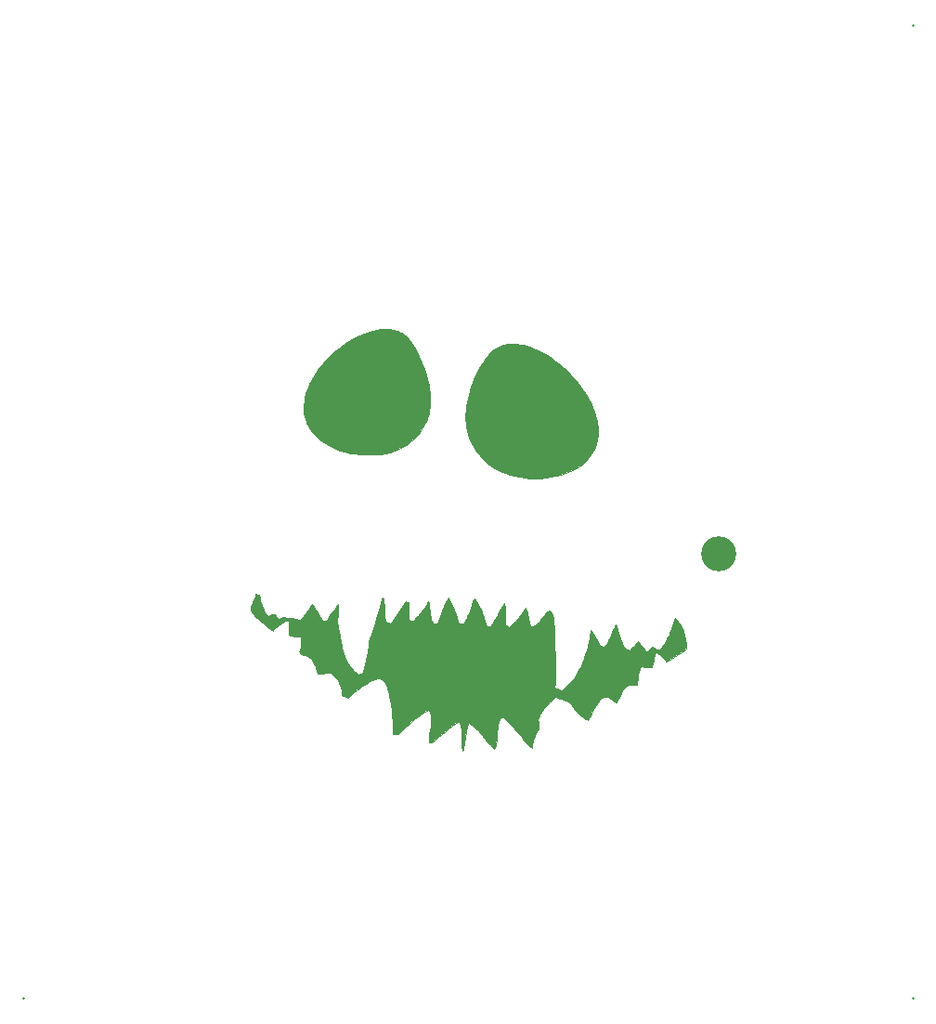
<source format=gts>
%TF.GenerationSoftware,KiCad,Pcbnew,(6.0.7)*%
%TF.CreationDate,2022-11-12T15:58:39-06:00*%
%TF.ProjectId,chrimbus2022,63687269-6d62-4757-9332-3032322e6b69,rev?*%
%TF.SameCoordinates,Original*%
%TF.FileFunction,Soldermask,Top*%
%TF.FilePolarity,Negative*%
%FSLAX46Y46*%
G04 Gerber Fmt 4.6, Leading zero omitted, Abs format (unit mm)*
G04 Created by KiCad (PCBNEW (6.0.7)) date 2022-11-12 15:58:39*
%MOMM*%
%LPD*%
G01*
G04 APERTURE LIST*
%ADD10C,0.230414*%
%ADD11C,0.100558*%
%ADD12C,0.119217*%
%ADD13C,3.200000*%
G04 APERTURE END LIST*
D10*
%TO.C,REF\u002A\u002A*%
X180224810Y-68695211D02*
X180224810Y-68695211D01*
X99175204Y-157364798D02*
X99175204Y-157364798D01*
X180224810Y-157364798D02*
X180224810Y-157364798D01*
G36*
X144089673Y-97744308D02*
G01*
X144404632Y-97779372D01*
X144715645Y-97834579D01*
X145022513Y-97908648D01*
X145325037Y-98000295D01*
X145623018Y-98108240D01*
X145916257Y-98231198D01*
X146204556Y-98367888D01*
X146487715Y-98517028D01*
X146765535Y-98677334D01*
X147037817Y-98847526D01*
X147304362Y-99026319D01*
X147564972Y-99212432D01*
X147819446Y-99404582D01*
X148067587Y-99601487D01*
X148309195Y-99801865D01*
X148575174Y-100048042D01*
X148835560Y-100301961D01*
X149089498Y-100563544D01*
X149336130Y-100832714D01*
X149574602Y-101109393D01*
X149804057Y-101393504D01*
X150023641Y-101684970D01*
X150232496Y-101983713D01*
X150429767Y-102289657D01*
X150614599Y-102602723D01*
X150786135Y-102922835D01*
X150943520Y-103249915D01*
X151085898Y-103583886D01*
X151212413Y-103924671D01*
X151322209Y-104272192D01*
X151414431Y-104626371D01*
X151450442Y-104773996D01*
X151480627Y-104922782D01*
X151505020Y-105072520D01*
X151523657Y-105222997D01*
X151536570Y-105374000D01*
X151543796Y-105525319D01*
X151545368Y-105676742D01*
X151541322Y-105828056D01*
X151531690Y-105979049D01*
X151516508Y-106129511D01*
X151495811Y-106279228D01*
X151469633Y-106427990D01*
X151438008Y-106575584D01*
X151400970Y-106721798D01*
X151358555Y-106866421D01*
X151310797Y-107009241D01*
X151257730Y-107150045D01*
X151199388Y-107288623D01*
X151135807Y-107424762D01*
X151067021Y-107558250D01*
X150993063Y-107688876D01*
X150913969Y-107816427D01*
X150829774Y-107940692D01*
X150740511Y-108061459D01*
X150646215Y-108178516D01*
X150546920Y-108291651D01*
X150442662Y-108400653D01*
X150333474Y-108505309D01*
X150219391Y-108605408D01*
X150100447Y-108700737D01*
X149976678Y-108791086D01*
X149848116Y-108876242D01*
X149442953Y-109117268D01*
X149022854Y-109327795D01*
X148589669Y-109508270D01*
X148145247Y-109659138D01*
X147691437Y-109780847D01*
X147230088Y-109873842D01*
X146763049Y-109938570D01*
X146292170Y-109975476D01*
X145819299Y-109985008D01*
X145346285Y-109967612D01*
X144874979Y-109923733D01*
X144407228Y-109853819D01*
X143944882Y-109758315D01*
X143489791Y-109637668D01*
X143043803Y-109492324D01*
X142608767Y-109322729D01*
X142291911Y-109166369D01*
X141987152Y-108988465D01*
X141695398Y-108790239D01*
X141417554Y-108572910D01*
X141154527Y-108337699D01*
X140907224Y-108085829D01*
X140676549Y-107818518D01*
X140463411Y-107536989D01*
X140268716Y-107242462D01*
X140093368Y-106936158D01*
X139938276Y-106619297D01*
X139804345Y-106293101D01*
X139692482Y-105958790D01*
X139603593Y-105617586D01*
X139538584Y-105270708D01*
X139498362Y-104919378D01*
X139477024Y-104548047D01*
X139476129Y-104177922D01*
X139494769Y-103809369D01*
X139532031Y-103442756D01*
X139587005Y-103078447D01*
X139658782Y-102716811D01*
X139746449Y-102358212D01*
X139849098Y-102003018D01*
X139965817Y-101651594D01*
X140095695Y-101304308D01*
X140237823Y-100961525D01*
X140391289Y-100623612D01*
X140555183Y-100290936D01*
X140728595Y-99963863D01*
X140910614Y-99642758D01*
X141100329Y-99327990D01*
X141193920Y-99170167D01*
X141296088Y-99017593D01*
X141406476Y-98870820D01*
X141524729Y-98730399D01*
X141650489Y-98596882D01*
X141783399Y-98470820D01*
X141923104Y-98352763D01*
X142069245Y-98243265D01*
X142221468Y-98142876D01*
X142379414Y-98052147D01*
X142542728Y-97971630D01*
X142711052Y-97901877D01*
X142884030Y-97843438D01*
X143061305Y-97796865D01*
X143242521Y-97762710D01*
X143427321Y-97741524D01*
X143513618Y-97736346D01*
X143599634Y-97732806D01*
X143685405Y-97730912D01*
X143770968Y-97730675D01*
X143770968Y-97730671D01*
X144089673Y-97744308D01*
G37*
D11*
X144089673Y-97744308D02*
X144404632Y-97779372D01*
X144715645Y-97834579D01*
X145022513Y-97908648D01*
X145325037Y-98000295D01*
X145623018Y-98108240D01*
X145916257Y-98231198D01*
X146204556Y-98367888D01*
X146487715Y-98517028D01*
X146765535Y-98677334D01*
X147037817Y-98847526D01*
X147304362Y-99026319D01*
X147564972Y-99212432D01*
X147819446Y-99404582D01*
X148067587Y-99601487D01*
X148309195Y-99801865D01*
X148575174Y-100048042D01*
X148835560Y-100301961D01*
X149089498Y-100563544D01*
X149336130Y-100832714D01*
X149574602Y-101109393D01*
X149804057Y-101393504D01*
X150023641Y-101684970D01*
X150232496Y-101983713D01*
X150429767Y-102289657D01*
X150614599Y-102602723D01*
X150786135Y-102922835D01*
X150943520Y-103249915D01*
X151085898Y-103583886D01*
X151212413Y-103924671D01*
X151322209Y-104272192D01*
X151414431Y-104626371D01*
X151450442Y-104773996D01*
X151480627Y-104922782D01*
X151505020Y-105072520D01*
X151523657Y-105222997D01*
X151536570Y-105374000D01*
X151543796Y-105525319D01*
X151545368Y-105676742D01*
X151541322Y-105828056D01*
X151531690Y-105979049D01*
X151516508Y-106129511D01*
X151495811Y-106279228D01*
X151469633Y-106427990D01*
X151438008Y-106575584D01*
X151400970Y-106721798D01*
X151358555Y-106866421D01*
X151310797Y-107009241D01*
X151257730Y-107150045D01*
X151199388Y-107288623D01*
X151135807Y-107424762D01*
X151067021Y-107558250D01*
X150993063Y-107688876D01*
X150913969Y-107816427D01*
X150829774Y-107940692D01*
X150740511Y-108061459D01*
X150646215Y-108178516D01*
X150546920Y-108291651D01*
X150442662Y-108400653D01*
X150333474Y-108505309D01*
X150219391Y-108605408D01*
X150100447Y-108700737D01*
X149976678Y-108791086D01*
X149848116Y-108876242D01*
X149442953Y-109117268D01*
X149022854Y-109327795D01*
X148589669Y-109508270D01*
X148145247Y-109659138D01*
X147691437Y-109780847D01*
X147230088Y-109873842D01*
X146763049Y-109938570D01*
X146292170Y-109975476D01*
X145819299Y-109985008D01*
X145346285Y-109967612D01*
X144874979Y-109923733D01*
X144407228Y-109853819D01*
X143944882Y-109758315D01*
X143489791Y-109637668D01*
X143043803Y-109492324D01*
X142608767Y-109322729D01*
X142291911Y-109166369D01*
X141987152Y-108988465D01*
X141695398Y-108790239D01*
X141417554Y-108572910D01*
X141154527Y-108337699D01*
X140907224Y-108085829D01*
X140676549Y-107818518D01*
X140463411Y-107536989D01*
X140268716Y-107242462D01*
X140093368Y-106936158D01*
X139938276Y-106619297D01*
X139804345Y-106293101D01*
X139692482Y-105958790D01*
X139603593Y-105617586D01*
X139538584Y-105270708D01*
X139498362Y-104919378D01*
X139477024Y-104548047D01*
X139476129Y-104177922D01*
X139494769Y-103809369D01*
X139532031Y-103442756D01*
X139587005Y-103078447D01*
X139658782Y-102716811D01*
X139746449Y-102358212D01*
X139849098Y-102003018D01*
X139965817Y-101651594D01*
X140095695Y-101304308D01*
X140237823Y-100961525D01*
X140391289Y-100623612D01*
X140555183Y-100290936D01*
X140728595Y-99963863D01*
X140910614Y-99642758D01*
X141100329Y-99327990D01*
X141193920Y-99170167D01*
X141296088Y-99017593D01*
X141406476Y-98870820D01*
X141524729Y-98730399D01*
X141650489Y-98596882D01*
X141783399Y-98470820D01*
X141923104Y-98352763D01*
X142069245Y-98243265D01*
X142221468Y-98142876D01*
X142379414Y-98052147D01*
X142542728Y-97971630D01*
X142711052Y-97901877D01*
X142884030Y-97843438D01*
X143061305Y-97796865D01*
X143242521Y-97762710D01*
X143427321Y-97741524D01*
X143513618Y-97736346D01*
X143599634Y-97732806D01*
X143685405Y-97730912D01*
X143770968Y-97730675D01*
X143770968Y-97730671D01*
X144089673Y-97744308D01*
G36*
X132309416Y-96370941D02*
G01*
X132426568Y-96377994D01*
X132543286Y-96388917D01*
X132659396Y-96403831D01*
X132774721Y-96422856D01*
X132889084Y-96446112D01*
X133002310Y-96473718D01*
X133114221Y-96505795D01*
X133224642Y-96542464D01*
X133333396Y-96583844D01*
X133440307Y-96630055D01*
X133545198Y-96681217D01*
X133647894Y-96737450D01*
X133748217Y-96798876D01*
X133845992Y-96865612D01*
X133971038Y-96954825D01*
X134087553Y-97051584D01*
X134196193Y-97155234D01*
X134297616Y-97265123D01*
X134392476Y-97380596D01*
X134481431Y-97501000D01*
X134565137Y-97625681D01*
X134644251Y-97753985D01*
X134719429Y-97885259D01*
X134791328Y-98018849D01*
X134927913Y-98290362D01*
X135190615Y-98832417D01*
X135450393Y-99407825D01*
X135571076Y-99701301D01*
X135684501Y-99998248D01*
X135789831Y-100298385D01*
X135886225Y-100601430D01*
X135972844Y-100907101D01*
X136048848Y-101215115D01*
X136113398Y-101525192D01*
X136165654Y-101837050D01*
X136204777Y-102150405D01*
X136229928Y-102464977D01*
X136240267Y-102780484D01*
X136234955Y-103096643D01*
X136213151Y-103413173D01*
X136174017Y-103729792D01*
X136144375Y-103902923D01*
X136107607Y-104073984D01*
X136063895Y-104242845D01*
X136013418Y-104409374D01*
X135956358Y-104573440D01*
X135892896Y-104734913D01*
X135823211Y-104893662D01*
X135747484Y-105049555D01*
X135578628Y-105352253D01*
X135387774Y-105641960D01*
X135176364Y-105917628D01*
X134945846Y-106178211D01*
X134697663Y-106422662D01*
X134433261Y-106649933D01*
X134154084Y-106858978D01*
X133861578Y-107048749D01*
X133557187Y-107218199D01*
X133242355Y-107366282D01*
X132918529Y-107491950D01*
X132587153Y-107594156D01*
X132143156Y-107692683D01*
X131691190Y-107766995D01*
X131233352Y-107816654D01*
X130771742Y-107841223D01*
X130308456Y-107840263D01*
X129845592Y-107813337D01*
X129385250Y-107760007D01*
X128929527Y-107679834D01*
X128480521Y-107572381D01*
X128040329Y-107437210D01*
X127611051Y-107273883D01*
X127194784Y-107081961D01*
X126793626Y-106861008D01*
X126409675Y-106610584D01*
X126045029Y-106330253D01*
X125870601Y-106178735D01*
X125701787Y-106019575D01*
X125584370Y-105895180D01*
X125475077Y-105766333D01*
X125373790Y-105633291D01*
X125280388Y-105496313D01*
X125194753Y-105355654D01*
X125116766Y-105211572D01*
X125046308Y-105064325D01*
X124983261Y-104914168D01*
X124927505Y-104761360D01*
X124878921Y-104606157D01*
X124802795Y-104289595D01*
X124753931Y-103966539D01*
X124731378Y-103639046D01*
X124734185Y-103309173D01*
X124761399Y-102978977D01*
X124812071Y-102650513D01*
X124885247Y-102325839D01*
X124979977Y-102007012D01*
X125095310Y-101696088D01*
X125230293Y-101395124D01*
X125383977Y-101106176D01*
X125632331Y-100683718D01*
X125902076Y-100272131D01*
X126192371Y-99872800D01*
X126502374Y-99487106D01*
X126831247Y-99116432D01*
X127178149Y-98762162D01*
X127542239Y-98425678D01*
X127922678Y-98108363D01*
X128318624Y-97811599D01*
X128729238Y-97536770D01*
X129153680Y-97285257D01*
X129591108Y-97058444D01*
X130040683Y-96857714D01*
X130501565Y-96684449D01*
X130972913Y-96540032D01*
X131453887Y-96425846D01*
X131530383Y-96413770D01*
X131607297Y-96403012D01*
X131684576Y-96393605D01*
X131762163Y-96385581D01*
X131840006Y-96378973D01*
X131918050Y-96373813D01*
X131996240Y-96370134D01*
X132074523Y-96367968D01*
X132192009Y-96367639D01*
X132309416Y-96370941D01*
G37*
X132309416Y-96370941D02*
X132426568Y-96377994D01*
X132543286Y-96388917D01*
X132659396Y-96403831D01*
X132774721Y-96422856D01*
X132889084Y-96446112D01*
X133002310Y-96473718D01*
X133114221Y-96505795D01*
X133224642Y-96542464D01*
X133333396Y-96583844D01*
X133440307Y-96630055D01*
X133545198Y-96681217D01*
X133647894Y-96737450D01*
X133748217Y-96798876D01*
X133845992Y-96865612D01*
X133971038Y-96954825D01*
X134087553Y-97051584D01*
X134196193Y-97155234D01*
X134297616Y-97265123D01*
X134392476Y-97380596D01*
X134481431Y-97501000D01*
X134565137Y-97625681D01*
X134644251Y-97753985D01*
X134719429Y-97885259D01*
X134791328Y-98018849D01*
X134927913Y-98290362D01*
X135190615Y-98832417D01*
X135450393Y-99407825D01*
X135571076Y-99701301D01*
X135684501Y-99998248D01*
X135789831Y-100298385D01*
X135886225Y-100601430D01*
X135972844Y-100907101D01*
X136048848Y-101215115D01*
X136113398Y-101525192D01*
X136165654Y-101837050D01*
X136204777Y-102150405D01*
X136229928Y-102464977D01*
X136240267Y-102780484D01*
X136234955Y-103096643D01*
X136213151Y-103413173D01*
X136174017Y-103729792D01*
X136144375Y-103902923D01*
X136107607Y-104073984D01*
X136063895Y-104242845D01*
X136013418Y-104409374D01*
X135956358Y-104573440D01*
X135892896Y-104734913D01*
X135823211Y-104893662D01*
X135747484Y-105049555D01*
X135578628Y-105352253D01*
X135387774Y-105641960D01*
X135176364Y-105917628D01*
X134945846Y-106178211D01*
X134697663Y-106422662D01*
X134433261Y-106649933D01*
X134154084Y-106858978D01*
X133861578Y-107048749D01*
X133557187Y-107218199D01*
X133242355Y-107366282D01*
X132918529Y-107491950D01*
X132587153Y-107594156D01*
X132143156Y-107692683D01*
X131691190Y-107766995D01*
X131233352Y-107816654D01*
X130771742Y-107841223D01*
X130308456Y-107840263D01*
X129845592Y-107813337D01*
X129385250Y-107760007D01*
X128929527Y-107679834D01*
X128480521Y-107572381D01*
X128040329Y-107437210D01*
X127611051Y-107273883D01*
X127194784Y-107081961D01*
X126793626Y-106861008D01*
X126409675Y-106610584D01*
X126045029Y-106330253D01*
X125870601Y-106178735D01*
X125701787Y-106019575D01*
X125584370Y-105895180D01*
X125475077Y-105766333D01*
X125373790Y-105633291D01*
X125280388Y-105496313D01*
X125194753Y-105355654D01*
X125116766Y-105211572D01*
X125046308Y-105064325D01*
X124983261Y-104914168D01*
X124927505Y-104761360D01*
X124878921Y-104606157D01*
X124802795Y-104289595D01*
X124753931Y-103966539D01*
X124731378Y-103639046D01*
X124734185Y-103309173D01*
X124761399Y-102978977D01*
X124812071Y-102650513D01*
X124885247Y-102325839D01*
X124979977Y-102007012D01*
X125095310Y-101696088D01*
X125230293Y-101395124D01*
X125383977Y-101106176D01*
X125632331Y-100683718D01*
X125902076Y-100272131D01*
X126192371Y-99872800D01*
X126502374Y-99487106D01*
X126831247Y-99116432D01*
X127178149Y-98762162D01*
X127542239Y-98425678D01*
X127922678Y-98108363D01*
X128318624Y-97811599D01*
X128729238Y-97536770D01*
X129153680Y-97285257D01*
X129591108Y-97058444D01*
X130040683Y-96857714D01*
X130501565Y-96684449D01*
X130972913Y-96540032D01*
X131453887Y-96425846D01*
X131530383Y-96413770D01*
X131607297Y-96403012D01*
X131684576Y-96393605D01*
X131762163Y-96385581D01*
X131840006Y-96378973D01*
X131918050Y-96373813D01*
X131996240Y-96370134D01*
X132074523Y-96367968D01*
X132192009Y-96367639D01*
X132309416Y-96370941D01*
G36*
X133031880Y-101546717D02*
G01*
X133187030Y-101566014D01*
X133339918Y-101596332D01*
X133490099Y-101637216D01*
X133637131Y-101688215D01*
X133780571Y-101748873D01*
X133919975Y-101818739D01*
X134054901Y-101897359D01*
X134184906Y-101984279D01*
X134309546Y-102079046D01*
X134428379Y-102181207D01*
X134540961Y-102290309D01*
X134646850Y-102405898D01*
X134745603Y-102527520D01*
X134836776Y-102654723D01*
X134919927Y-102787054D01*
X134994612Y-102924058D01*
X135060389Y-103065282D01*
X135116815Y-103210274D01*
X135163446Y-103358580D01*
X135199839Y-103509747D01*
X135225552Y-103663321D01*
X135240142Y-103818848D01*
X135243165Y-103975877D01*
X135234178Y-104133952D01*
X135212739Y-104292622D01*
X135178405Y-104451432D01*
X135130732Y-104609930D01*
X135086286Y-104764250D01*
X135031011Y-104912237D01*
X134965478Y-105053737D01*
X134890259Y-105188597D01*
X134805925Y-105316664D01*
X134713049Y-105437786D01*
X134612203Y-105551808D01*
X134503957Y-105658579D01*
X134388883Y-105757945D01*
X134267554Y-105849752D01*
X134140541Y-105933849D01*
X134008415Y-106010083D01*
X133871749Y-106078299D01*
X133731114Y-106138345D01*
X133587082Y-106190068D01*
X133440225Y-106233316D01*
X133291113Y-106267934D01*
X133140320Y-106293771D01*
X132988417Y-106310672D01*
X132835974Y-106318486D01*
X132683566Y-106317059D01*
X132531762Y-106306237D01*
X132381134Y-106285869D01*
X132232255Y-106255800D01*
X132085696Y-106215879D01*
X131942028Y-106165952D01*
X131801824Y-106105865D01*
X131665655Y-106035467D01*
X131534093Y-105954603D01*
X131407710Y-105863121D01*
X131287077Y-105760869D01*
X131172766Y-105647692D01*
X131053896Y-105532734D01*
X130946439Y-105410943D01*
X130850234Y-105282936D01*
X130765123Y-105149326D01*
X130690945Y-105010729D01*
X130627541Y-104867761D01*
X130574751Y-104721036D01*
X130532415Y-104571170D01*
X130500375Y-104418777D01*
X130478470Y-104264474D01*
X130466540Y-104108875D01*
X130464427Y-103952594D01*
X130471970Y-103796249D01*
X130489009Y-103640453D01*
X130515386Y-103485821D01*
X130550940Y-103332970D01*
X130595512Y-103182514D01*
X130648942Y-103035068D01*
X130711071Y-102891248D01*
X130781738Y-102751668D01*
X130860785Y-102616944D01*
X130948051Y-102487691D01*
X131043378Y-102364524D01*
X131146604Y-102248059D01*
X131257572Y-102138910D01*
X131376120Y-102037692D01*
X131502090Y-101945022D01*
X131635322Y-101861513D01*
X131775655Y-101787782D01*
X131922932Y-101724443D01*
X132076991Y-101672112D01*
X132237673Y-101631403D01*
X132237681Y-101631403D01*
X132397503Y-101588798D01*
X132557277Y-101559481D01*
X132716560Y-101542997D01*
X132874908Y-101538893D01*
X133031880Y-101546717D01*
G37*
X133031880Y-101546717D02*
X133187030Y-101566014D01*
X133339918Y-101596332D01*
X133490099Y-101637216D01*
X133637131Y-101688215D01*
X133780571Y-101748873D01*
X133919975Y-101818739D01*
X134054901Y-101897359D01*
X134184906Y-101984279D01*
X134309546Y-102079046D01*
X134428379Y-102181207D01*
X134540961Y-102290309D01*
X134646850Y-102405898D01*
X134745603Y-102527520D01*
X134836776Y-102654723D01*
X134919927Y-102787054D01*
X134994612Y-102924058D01*
X135060389Y-103065282D01*
X135116815Y-103210274D01*
X135163446Y-103358580D01*
X135199839Y-103509747D01*
X135225552Y-103663321D01*
X135240142Y-103818848D01*
X135243165Y-103975877D01*
X135234178Y-104133952D01*
X135212739Y-104292622D01*
X135178405Y-104451432D01*
X135130732Y-104609930D01*
X135086286Y-104764250D01*
X135031011Y-104912237D01*
X134965478Y-105053737D01*
X134890259Y-105188597D01*
X134805925Y-105316664D01*
X134713049Y-105437786D01*
X134612203Y-105551808D01*
X134503957Y-105658579D01*
X134388883Y-105757945D01*
X134267554Y-105849752D01*
X134140541Y-105933849D01*
X134008415Y-106010083D01*
X133871749Y-106078299D01*
X133731114Y-106138345D01*
X133587082Y-106190068D01*
X133440225Y-106233316D01*
X133291113Y-106267934D01*
X133140320Y-106293771D01*
X132988417Y-106310672D01*
X132835974Y-106318486D01*
X132683566Y-106317059D01*
X132531762Y-106306237D01*
X132381134Y-106285869D01*
X132232255Y-106255800D01*
X132085696Y-106215879D01*
X131942028Y-106165952D01*
X131801824Y-106105865D01*
X131665655Y-106035467D01*
X131534093Y-105954603D01*
X131407710Y-105863121D01*
X131287077Y-105760869D01*
X131172766Y-105647692D01*
X131053896Y-105532734D01*
X130946439Y-105410943D01*
X130850234Y-105282936D01*
X130765123Y-105149326D01*
X130690945Y-105010729D01*
X130627541Y-104867761D01*
X130574751Y-104721036D01*
X130532415Y-104571170D01*
X130500375Y-104418777D01*
X130478470Y-104264474D01*
X130466540Y-104108875D01*
X130464427Y-103952594D01*
X130471970Y-103796249D01*
X130489009Y-103640453D01*
X130515386Y-103485821D01*
X130550940Y-103332970D01*
X130595512Y-103182514D01*
X130648942Y-103035068D01*
X130711071Y-102891248D01*
X130781738Y-102751668D01*
X130860785Y-102616944D01*
X130948051Y-102487691D01*
X131043378Y-102364524D01*
X131146604Y-102248059D01*
X131257572Y-102138910D01*
X131376120Y-102037692D01*
X131502090Y-101945022D01*
X131635322Y-101861513D01*
X131775655Y-101787782D01*
X131922932Y-101724443D01*
X132076991Y-101672112D01*
X132237673Y-101631403D01*
X132237681Y-101631403D01*
X132397503Y-101588798D01*
X132557277Y-101559481D01*
X132716560Y-101542997D01*
X132874908Y-101538893D01*
X133031880Y-101546717D01*
G36*
X142416639Y-102424768D02*
G01*
X142522458Y-102430290D01*
X142627703Y-102440896D01*
X142732210Y-102456470D01*
X142835813Y-102476893D01*
X142938348Y-102502047D01*
X143039648Y-102531815D01*
X143139548Y-102566078D01*
X143237883Y-102604719D01*
X143334488Y-102647620D01*
X143521845Y-102745731D01*
X143700295Y-102859468D01*
X143868518Y-102987888D01*
X144025188Y-103130048D01*
X144098779Y-103205986D01*
X144168985Y-103285005D01*
X144235642Y-103366989D01*
X144298585Y-103451818D01*
X144357647Y-103539375D01*
X144412664Y-103629543D01*
X144463471Y-103722203D01*
X144509902Y-103817237D01*
X144551791Y-103914528D01*
X144588974Y-104013958D01*
X144621285Y-104115409D01*
X144648558Y-104218763D01*
X144681280Y-104344828D01*
X144705855Y-104471505D01*
X144722479Y-104598518D01*
X144731349Y-104725589D01*
X144732661Y-104852441D01*
X144726611Y-104978797D01*
X144713396Y-105104381D01*
X144693212Y-105228915D01*
X144666254Y-105352121D01*
X144632720Y-105473723D01*
X144592806Y-105593444D01*
X144546707Y-105711006D01*
X144494621Y-105826133D01*
X144436743Y-105938546D01*
X144373270Y-106047970D01*
X144304397Y-106154128D01*
X144230323Y-106256740D01*
X144151241Y-106355532D01*
X144067350Y-106450226D01*
X143978845Y-106540544D01*
X143885922Y-106626209D01*
X143788778Y-106706945D01*
X143687609Y-106782474D01*
X143582611Y-106852519D01*
X143473981Y-106916803D01*
X143361914Y-106975050D01*
X143246608Y-107026980D01*
X143128258Y-107072319D01*
X143007061Y-107110788D01*
X142883213Y-107142110D01*
X142756909Y-107166009D01*
X142628348Y-107182207D01*
X142496501Y-107198328D01*
X142365104Y-107205940D01*
X142234423Y-107205292D01*
X142104725Y-107196629D01*
X141976277Y-107180200D01*
X141849345Y-107156252D01*
X141724197Y-107125032D01*
X141601099Y-107086788D01*
X141480319Y-107041766D01*
X141362122Y-106990213D01*
X141246776Y-106932378D01*
X141134547Y-106868508D01*
X141025703Y-106798849D01*
X140920509Y-106723650D01*
X140819234Y-106643156D01*
X140722143Y-106557617D01*
X140629504Y-106467278D01*
X140541583Y-106372387D01*
X140458647Y-106273192D01*
X140380963Y-106169940D01*
X140308797Y-106062877D01*
X140242417Y-105952252D01*
X140182090Y-105838311D01*
X140128081Y-105721303D01*
X140080658Y-105601473D01*
X140040088Y-105479070D01*
X140006638Y-105354341D01*
X139980574Y-105227532D01*
X139962162Y-105098892D01*
X139951671Y-104968668D01*
X139949366Y-104837106D01*
X139955515Y-104704454D01*
X139960972Y-104597096D01*
X139971781Y-104490627D01*
X139987804Y-104385195D01*
X140008903Y-104280947D01*
X140034938Y-104178029D01*
X140065772Y-104076589D01*
X140101265Y-103976775D01*
X140141279Y-103878732D01*
X140185675Y-103782609D01*
X140234315Y-103688553D01*
X140287060Y-103596710D01*
X140343771Y-103507227D01*
X140404310Y-103420253D01*
X140468538Y-103335933D01*
X140536316Y-103254416D01*
X140607506Y-103175847D01*
X140681969Y-103100375D01*
X140759566Y-103028147D01*
X140840160Y-102959309D01*
X140923610Y-102894008D01*
X141009778Y-102832392D01*
X141098527Y-102774608D01*
X141189717Y-102720804D01*
X141283209Y-102671125D01*
X141378865Y-102625719D01*
X141476546Y-102584734D01*
X141576114Y-102548317D01*
X141677430Y-102516614D01*
X141780355Y-102489772D01*
X141884750Y-102467940D01*
X141990478Y-102451263D01*
X142097399Y-102439890D01*
X142203945Y-102429450D01*
X142310413Y-102424449D01*
X142416639Y-102424768D01*
G37*
X142416639Y-102424768D02*
X142522458Y-102430290D01*
X142627703Y-102440896D01*
X142732210Y-102456470D01*
X142835813Y-102476893D01*
X142938348Y-102502047D01*
X143039648Y-102531815D01*
X143139548Y-102566078D01*
X143237883Y-102604719D01*
X143334488Y-102647620D01*
X143521845Y-102745731D01*
X143700295Y-102859468D01*
X143868518Y-102987888D01*
X144025188Y-103130048D01*
X144098779Y-103205986D01*
X144168985Y-103285005D01*
X144235642Y-103366989D01*
X144298585Y-103451818D01*
X144357647Y-103539375D01*
X144412664Y-103629543D01*
X144463471Y-103722203D01*
X144509902Y-103817237D01*
X144551791Y-103914528D01*
X144588974Y-104013958D01*
X144621285Y-104115409D01*
X144648558Y-104218763D01*
X144681280Y-104344828D01*
X144705855Y-104471505D01*
X144722479Y-104598518D01*
X144731349Y-104725589D01*
X144732661Y-104852441D01*
X144726611Y-104978797D01*
X144713396Y-105104381D01*
X144693212Y-105228915D01*
X144666254Y-105352121D01*
X144632720Y-105473723D01*
X144592806Y-105593444D01*
X144546707Y-105711006D01*
X144494621Y-105826133D01*
X144436743Y-105938546D01*
X144373270Y-106047970D01*
X144304397Y-106154128D01*
X144230323Y-106256740D01*
X144151241Y-106355532D01*
X144067350Y-106450226D01*
X143978845Y-106540544D01*
X143885922Y-106626209D01*
X143788778Y-106706945D01*
X143687609Y-106782474D01*
X143582611Y-106852519D01*
X143473981Y-106916803D01*
X143361914Y-106975050D01*
X143246608Y-107026980D01*
X143128258Y-107072319D01*
X143007061Y-107110788D01*
X142883213Y-107142110D01*
X142756909Y-107166009D01*
X142628348Y-107182207D01*
X142496501Y-107198328D01*
X142365104Y-107205940D01*
X142234423Y-107205292D01*
X142104725Y-107196629D01*
X141976277Y-107180200D01*
X141849345Y-107156252D01*
X141724197Y-107125032D01*
X141601099Y-107086788D01*
X141480319Y-107041766D01*
X141362122Y-106990213D01*
X141246776Y-106932378D01*
X141134547Y-106868508D01*
X141025703Y-106798849D01*
X140920509Y-106723650D01*
X140819234Y-106643156D01*
X140722143Y-106557617D01*
X140629504Y-106467278D01*
X140541583Y-106372387D01*
X140458647Y-106273192D01*
X140380963Y-106169940D01*
X140308797Y-106062877D01*
X140242417Y-105952252D01*
X140182090Y-105838311D01*
X140128081Y-105721303D01*
X140080658Y-105601473D01*
X140040088Y-105479070D01*
X140006638Y-105354341D01*
X139980574Y-105227532D01*
X139962162Y-105098892D01*
X139951671Y-104968668D01*
X139949366Y-104837106D01*
X139955515Y-104704454D01*
X139960972Y-104597096D01*
X139971781Y-104490627D01*
X139987804Y-104385195D01*
X140008903Y-104280947D01*
X140034938Y-104178029D01*
X140065772Y-104076589D01*
X140101265Y-103976775D01*
X140141279Y-103878732D01*
X140185675Y-103782609D01*
X140234315Y-103688553D01*
X140287060Y-103596710D01*
X140343771Y-103507227D01*
X140404310Y-103420253D01*
X140468538Y-103335933D01*
X140536316Y-103254416D01*
X140607506Y-103175847D01*
X140681969Y-103100375D01*
X140759566Y-103028147D01*
X140840160Y-102959309D01*
X140923610Y-102894008D01*
X141009778Y-102832392D01*
X141098527Y-102774608D01*
X141189717Y-102720804D01*
X141283209Y-102671125D01*
X141378865Y-102625719D01*
X141476546Y-102584734D01*
X141576114Y-102548317D01*
X141677430Y-102516614D01*
X141780355Y-102489772D01*
X141884750Y-102467940D01*
X141990478Y-102451263D01*
X142097399Y-102439890D01*
X142203945Y-102429450D01*
X142310413Y-102424449D01*
X142416639Y-102424768D01*
G36*
X120504902Y-120563975D02*
G01*
X120659396Y-120606302D01*
X120713014Y-120847767D01*
X120770767Y-121090208D01*
X120836199Y-121332337D01*
X120872904Y-121452881D01*
X120912859Y-121572863D01*
X120956508Y-121692121D01*
X121004294Y-121810496D01*
X121056660Y-121927825D01*
X121114049Y-122043947D01*
X121176906Y-122158701D01*
X121245673Y-122271926D01*
X121320794Y-122383460D01*
X121402712Y-122493143D01*
X121421208Y-122496990D01*
X121439286Y-122499718D01*
X121456966Y-122501381D01*
X121474266Y-122502034D01*
X121491205Y-122501731D01*
X121507802Y-122500527D01*
X121524076Y-122498476D01*
X121540046Y-122495634D01*
X121555732Y-122492054D01*
X121571151Y-122487791D01*
X121601268Y-122477437D01*
X121630549Y-122465007D01*
X121659146Y-122450938D01*
X121687210Y-122435668D01*
X121714892Y-122419632D01*
X121769722Y-122387012D01*
X121797173Y-122371302D01*
X121824849Y-122356574D01*
X121852903Y-122343265D01*
X121881487Y-122331812D01*
X121979082Y-122331055D01*
X122075579Y-122330812D01*
X122251782Y-122581522D01*
X122427859Y-122833765D01*
X122660277Y-122713087D01*
X122892626Y-122593187D01*
X123269090Y-122665896D01*
X123645058Y-122741192D01*
X124397204Y-122892137D01*
X124546364Y-122718177D01*
X124689892Y-122541677D01*
X124828447Y-122362959D01*
X124962687Y-122182348D01*
X125093271Y-122000166D01*
X125220857Y-121816737D01*
X125469668Y-121447428D01*
X125605606Y-121631884D01*
X125734691Y-121818613D01*
X125858555Y-122007072D01*
X125978833Y-122196719D01*
X126215161Y-122577407D01*
X126334479Y-122767363D01*
X126456744Y-122956339D01*
X126526288Y-122958222D01*
X126610430Y-122961652D01*
X126764117Y-122968836D01*
X126836173Y-122876514D01*
X126905762Y-122783118D01*
X127039262Y-122593861D01*
X127295620Y-122210794D01*
X127425376Y-122020018D01*
X127560782Y-121831768D01*
X127631681Y-121739064D01*
X127705286Y-121647561D01*
X127782028Y-121557447D01*
X127862338Y-121468912D01*
X127859569Y-121640616D01*
X127852357Y-121812405D01*
X127830037Y-122156106D01*
X127806244Y-122499752D01*
X127797190Y-122671472D01*
X127791844Y-122843079D01*
X127791562Y-123014539D01*
X127797704Y-123185820D01*
X127811627Y-123356890D01*
X127834689Y-123527713D01*
X127868250Y-123698259D01*
X127913667Y-123868493D01*
X127972299Y-124038383D01*
X128045504Y-124207895D01*
X128056054Y-124451343D01*
X128075242Y-124696272D01*
X128103953Y-124941969D01*
X128143070Y-125187720D01*
X128193477Y-125432812D01*
X128256060Y-125676532D01*
X128331701Y-125918165D01*
X128421286Y-126156998D01*
X128525699Y-126392317D01*
X128645823Y-126623410D01*
X128782543Y-126849561D01*
X128936744Y-127070059D01*
X129109309Y-127284189D01*
X129301124Y-127491237D01*
X129513071Y-127690490D01*
X129746035Y-127881235D01*
X130102145Y-127718386D01*
X130136971Y-127526931D01*
X130176368Y-127336323D01*
X130265150Y-126957002D01*
X130456561Y-126201373D01*
X130544274Y-125822463D01*
X130582870Y-125632165D01*
X130616717Y-125441088D01*
X130644881Y-125249069D01*
X130666432Y-125055946D01*
X130680436Y-124861556D01*
X130685961Y-124665735D01*
X130785001Y-124428650D01*
X130878400Y-124190355D01*
X131050629Y-123710657D01*
X131207347Y-123227678D01*
X131353257Y-122742454D01*
X131631448Y-121769419D01*
X131773132Y-121283681D01*
X131922808Y-120799845D01*
X131961305Y-120945403D01*
X131990658Y-121091167D01*
X132012240Y-121237108D01*
X132027426Y-121383197D01*
X132037589Y-121529406D01*
X132044104Y-121675707D01*
X132051684Y-121968468D01*
X132061158Y-122261251D01*
X132070040Y-122407579D01*
X132083517Y-122553827D01*
X132102965Y-122699966D01*
X132129755Y-122845968D01*
X132165264Y-122991804D01*
X132210864Y-123137445D01*
X132426140Y-123156895D01*
X132641360Y-123177248D01*
X132741344Y-123061409D01*
X132837724Y-122944025D01*
X132930838Y-122825242D01*
X133021021Y-122705208D01*
X133193944Y-122461971D01*
X133359187Y-122215487D01*
X133997225Y-121220568D01*
X134150866Y-121233140D01*
X134303362Y-121246164D01*
X134289494Y-121452009D01*
X134278971Y-121658087D01*
X134272286Y-121864382D01*
X134269936Y-122070875D01*
X134272414Y-122277550D01*
X134280216Y-122484390D01*
X134293836Y-122691377D01*
X134313769Y-122898493D01*
X134497141Y-122923766D01*
X134680605Y-122947992D01*
X134789511Y-122848112D01*
X134894506Y-122746229D01*
X134995841Y-122642483D01*
X135093769Y-122537015D01*
X135188540Y-122429965D01*
X135280407Y-122321475D01*
X135369619Y-122211686D01*
X135456429Y-122100738D01*
X135623847Y-121875927D01*
X135784673Y-121648171D01*
X135940918Y-121418595D01*
X136094592Y-121188326D01*
X136121738Y-121314396D01*
X136143751Y-121440949D01*
X136161696Y-121567880D01*
X136176639Y-121695084D01*
X136227709Y-122204522D01*
X136243632Y-122331511D01*
X136262949Y-122458142D01*
X136286727Y-122584309D01*
X136316030Y-122709908D01*
X136351926Y-122834832D01*
X136395481Y-122958977D01*
X136447760Y-123082237D01*
X136509829Y-123204508D01*
X136930804Y-123241304D01*
X137133933Y-122631828D01*
X137235428Y-122326678D01*
X137342125Y-122022804D01*
X137457963Y-121721367D01*
X137520540Y-121571925D01*
X137586878Y-121423528D01*
X137657471Y-121276322D01*
X137732809Y-121130450D01*
X137813385Y-120986059D01*
X137899691Y-120843294D01*
X138181742Y-121427051D01*
X138318560Y-121720207D01*
X138448674Y-122014677D01*
X138569158Y-122310806D01*
X138624875Y-122459601D01*
X138677087Y-122608941D01*
X138725430Y-122758868D01*
X138769538Y-122909427D01*
X138809045Y-123060660D01*
X138843584Y-123212610D01*
X139045542Y-123232524D01*
X139247500Y-123253107D01*
X139247317Y-123251764D01*
X139342634Y-123113151D01*
X139429812Y-122972165D01*
X139509671Y-122829048D01*
X139583033Y-122684039D01*
X139650718Y-122537380D01*
X139713547Y-122389309D01*
X139772343Y-122240068D01*
X139827925Y-122089897D01*
X140034543Y-121484714D01*
X140139920Y-121182788D01*
X140196000Y-121032832D01*
X140255434Y-120883867D01*
X140444015Y-121187304D01*
X140622732Y-121494328D01*
X140707288Y-121649186D01*
X140788053Y-121804943D01*
X140864586Y-121961599D01*
X140936446Y-122119153D01*
X141003190Y-122277607D01*
X141064378Y-122436960D01*
X141119567Y-122597214D01*
X141168317Y-122758368D01*
X141210185Y-122920423D01*
X141244731Y-123083379D01*
X141271512Y-123247237D01*
X141290087Y-123411997D01*
X141493088Y-123438373D01*
X141594831Y-123452358D01*
X141696902Y-123466997D01*
X141797717Y-123343747D01*
X141892056Y-123218055D01*
X141980755Y-123090237D01*
X142064652Y-122960608D01*
X142144583Y-122829482D01*
X142221385Y-122697176D01*
X142368954Y-122430283D01*
X142514054Y-122162452D01*
X142663383Y-121896204D01*
X142741726Y-121764463D01*
X142823637Y-121634063D01*
X142909954Y-121505320D01*
X143001513Y-121378550D01*
X143050644Y-121865030D01*
X143073970Y-122108481D01*
X143093514Y-122351911D01*
X143107057Y-122595201D01*
X143112383Y-122838227D01*
X143111271Y-122959604D01*
X143107273Y-123080870D01*
X143100112Y-123202009D01*
X143089510Y-123323008D01*
X143422793Y-123532816D01*
X143543239Y-123435428D01*
X143660161Y-123335932D01*
X143773634Y-123234412D01*
X143883735Y-123130950D01*
X143990540Y-123025631D01*
X144094126Y-122918538D01*
X144194570Y-122809754D01*
X144291947Y-122699362D01*
X144386334Y-122587446D01*
X144477807Y-122474089D01*
X144566444Y-122359374D01*
X144652320Y-122243386D01*
X144735511Y-122126206D01*
X144816095Y-122007920D01*
X144894147Y-121888609D01*
X144969744Y-121768358D01*
X145032221Y-121986198D01*
X145087790Y-122204686D01*
X145137457Y-122423717D01*
X145182228Y-122643187D01*
X145223111Y-122862991D01*
X145261111Y-123083024D01*
X145332491Y-123523355D01*
X145420927Y-123505770D01*
X145504703Y-123484395D01*
X145584059Y-123459424D01*
X145659237Y-123431052D01*
X145730476Y-123399470D01*
X145798018Y-123364873D01*
X145862103Y-123327455D01*
X145922971Y-123287409D01*
X145980864Y-123244928D01*
X146036021Y-123200207D01*
X146088685Y-123153438D01*
X146139094Y-123104816D01*
X146187490Y-123054533D01*
X146234113Y-123002784D01*
X146323004Y-122895661D01*
X146655786Y-122447224D01*
X146742910Y-122337872D01*
X146835456Y-122232719D01*
X146884364Y-122182202D01*
X146935349Y-122133315D01*
X146988651Y-122086253D01*
X147044512Y-122041208D01*
X147074027Y-122048419D01*
X147101747Y-122056978D01*
X147127743Y-122066820D01*
X147152085Y-122077881D01*
X147174844Y-122090097D01*
X147196091Y-122103404D01*
X147215895Y-122117736D01*
X147234328Y-122133031D01*
X147251460Y-122149223D01*
X147267362Y-122166249D01*
X147282104Y-122184044D01*
X147295756Y-122202543D01*
X147308389Y-122221684D01*
X147320075Y-122241400D01*
X147330882Y-122261628D01*
X147340882Y-122282305D01*
X147358742Y-122324743D01*
X147374219Y-122368202D01*
X147387878Y-122412165D01*
X147400283Y-122456120D01*
X147423585Y-122541947D01*
X147435612Y-122582791D01*
X147448641Y-122621569D01*
X147487192Y-122933835D01*
X147516587Y-123246383D01*
X147537375Y-123559091D01*
X147550103Y-123871840D01*
X147555316Y-124184510D01*
X147553563Y-124496979D01*
X147545390Y-124809128D01*
X147531344Y-125120836D01*
X147573009Y-125368138D01*
X147608047Y-125615634D01*
X147636785Y-125863287D01*
X147659548Y-126111056D01*
X147676665Y-126358903D01*
X147688460Y-126606789D01*
X147697392Y-127102519D01*
X147688955Y-127597933D01*
X147665761Y-128092718D01*
X147630420Y-128586561D01*
X147585543Y-129079149D01*
X148225298Y-129278818D01*
X148398858Y-129146167D01*
X148564071Y-129009347D01*
X148721187Y-128868534D01*
X148870456Y-128723902D01*
X149012129Y-128575624D01*
X149146456Y-128423875D01*
X149273686Y-128268830D01*
X149394071Y-128110662D01*
X149615304Y-127785657D01*
X149812156Y-127450255D01*
X149986629Y-127105850D01*
X150140725Y-126753837D01*
X150276444Y-126395609D01*
X150395790Y-126032562D01*
X150500763Y-125666089D01*
X150593365Y-125297586D01*
X150675598Y-124928447D01*
X150749463Y-124560066D01*
X150880099Y-123831156D01*
X150949129Y-123915151D01*
X151014537Y-124000318D01*
X151076605Y-124086558D01*
X151135615Y-124173771D01*
X151191850Y-124261860D01*
X151245593Y-124350726D01*
X151297126Y-124440270D01*
X151346732Y-124530394D01*
X151441291Y-124711989D01*
X151531532Y-124894721D01*
X151708102Y-125260446D01*
X151808984Y-125270314D01*
X151910181Y-125281121D01*
X152011573Y-125292791D01*
X152113039Y-125305246D01*
X152207359Y-125190148D01*
X152294543Y-125072630D01*
X152375299Y-124952931D01*
X152450336Y-124831292D01*
X152520363Y-124707951D01*
X152586089Y-124583148D01*
X152648222Y-124457123D01*
X152707472Y-124330114D01*
X152820157Y-124074107D01*
X152929813Y-123817041D01*
X153042111Y-123560833D01*
X153101023Y-123433649D01*
X153162722Y-123307398D01*
X153218930Y-123433764D01*
X153270834Y-123560842D01*
X153319076Y-123688523D01*
X153364296Y-123816699D01*
X153448234Y-124074107D01*
X153527779Y-124332203D01*
X153608058Y-124590125D01*
X153694201Y-124847011D01*
X153741073Y-124974797D01*
X153791335Y-125102000D01*
X153845626Y-125228512D01*
X153904589Y-125354227D01*
X153911852Y-125370564D01*
X153920292Y-125386106D01*
X153929853Y-125400890D01*
X153940478Y-125414953D01*
X153952114Y-125428330D01*
X153964703Y-125441057D01*
X153978190Y-125453170D01*
X153992519Y-125464706D01*
X154007635Y-125475701D01*
X154023481Y-125486190D01*
X154057143Y-125505796D01*
X154093060Y-125523813D01*
X154130785Y-125540531D01*
X154169873Y-125556238D01*
X154209878Y-125571222D01*
X154290853Y-125600177D01*
X154330932Y-125614726D01*
X154370145Y-125629706D01*
X154408044Y-125645408D01*
X154444186Y-125662119D01*
X154544463Y-125557701D01*
X154641030Y-125451419D01*
X154734054Y-125343385D01*
X154823706Y-125233708D01*
X154910155Y-125122501D01*
X154993571Y-125009873D01*
X155074122Y-124895937D01*
X155151980Y-124780802D01*
X155250298Y-124913912D01*
X155350179Y-125046545D01*
X155452120Y-125178420D01*
X155556622Y-125309256D01*
X155664183Y-125438773D01*
X155775302Y-125566688D01*
X155890478Y-125692721D01*
X156010210Y-125816591D01*
X156123845Y-125696865D01*
X156236866Y-125576610D01*
X156462527Y-125335794D01*
X156500801Y-125345305D01*
X156546925Y-125357270D01*
X156630373Y-125379198D01*
X156657181Y-125396281D01*
X156683580Y-125414164D01*
X156735701Y-125451497D01*
X156787831Y-125489526D01*
X156814241Y-125508278D01*
X156841063Y-125526578D01*
X156868434Y-125544215D01*
X156896491Y-125560982D01*
X156925370Y-125576668D01*
X156955208Y-125591066D01*
X156986142Y-125603965D01*
X157002063Y-125609788D01*
X157018309Y-125615158D01*
X157034897Y-125620049D01*
X157051844Y-125624434D01*
X157069168Y-125628289D01*
X157086886Y-125631586D01*
X157242801Y-125474029D01*
X157385888Y-125311142D01*
X157517169Y-125143400D01*
X157637665Y-124971279D01*
X157748397Y-124795255D01*
X157850386Y-124615802D01*
X157944654Y-124433398D01*
X158032221Y-124248517D01*
X158114109Y-124061636D01*
X158191340Y-123873229D01*
X158335911Y-123493744D01*
X158614092Y-122737406D01*
X158745949Y-122890815D01*
X158865425Y-123048667D01*
X158973190Y-123210533D01*
X159069912Y-123375986D01*
X159156260Y-123544595D01*
X159232904Y-123715934D01*
X159300513Y-123889573D01*
X159359755Y-124065083D01*
X159411300Y-124242037D01*
X159455817Y-124420006D01*
X159493975Y-124598561D01*
X159526442Y-124777274D01*
X159553889Y-124955716D01*
X159576984Y-125133459D01*
X159612795Y-125485132D01*
X159168895Y-125795258D01*
X158721558Y-126104317D01*
X158269526Y-126410271D01*
X157811541Y-126711084D01*
X157766204Y-126646823D01*
X157718325Y-126583750D01*
X157667984Y-126521866D01*
X157615261Y-126461171D01*
X157560234Y-126401663D01*
X157502985Y-126343342D01*
X157443592Y-126286208D01*
X157382136Y-126230260D01*
X157318695Y-126175497D01*
X157253350Y-126121919D01*
X157186180Y-126069526D01*
X157117265Y-126018316D01*
X157046685Y-125968289D01*
X156974518Y-125919446D01*
X156900846Y-125871784D01*
X156825747Y-125825304D01*
X156780403Y-125908503D01*
X156741051Y-125992921D01*
X156707033Y-126078428D01*
X156677690Y-126164893D01*
X156652363Y-126252184D01*
X156630392Y-126340170D01*
X156611119Y-126428720D01*
X156593886Y-126517702D01*
X156532163Y-126875329D01*
X156515241Y-126964504D01*
X156496404Y-127053323D01*
X156474993Y-127141657D01*
X156450350Y-127229372D01*
X156202456Y-127194856D01*
X155955271Y-127158307D01*
X155462801Y-127081469D01*
X155409071Y-127183801D01*
X155363424Y-127287624D01*
X155324961Y-127392777D01*
X155292785Y-127499097D01*
X155266000Y-127606425D01*
X155243706Y-127714598D01*
X155225008Y-127823456D01*
X155209008Y-127932836D01*
X155154032Y-128372366D01*
X155138057Y-128481944D01*
X155119396Y-128591078D01*
X155097150Y-128699606D01*
X155070422Y-128807367D01*
X154945208Y-128784531D01*
X154827497Y-128770662D01*
X154716969Y-128765340D01*
X154613306Y-128768145D01*
X154516187Y-128778657D01*
X154425295Y-128796457D01*
X154340311Y-128821125D01*
X154260915Y-128852242D01*
X154186789Y-128889387D01*
X154117613Y-128932140D01*
X154053069Y-128980083D01*
X153992838Y-129032795D01*
X153936600Y-129089856D01*
X153884037Y-129150847D01*
X153834830Y-129215348D01*
X153788660Y-129282939D01*
X153745208Y-129353200D01*
X153704155Y-129425713D01*
X153627971Y-129575810D01*
X153557555Y-129729873D01*
X153490356Y-129884543D01*
X153423823Y-130036464D01*
X153355403Y-130182275D01*
X153282546Y-130318620D01*
X153243656Y-130382193D01*
X153202700Y-130442141D01*
X152498949Y-129937189D01*
X152012453Y-129899790D01*
X151943859Y-129954186D01*
X151878208Y-130009906D01*
X151755242Y-130125082D01*
X151642564Y-130244854D01*
X151539183Y-130368757D01*
X151444106Y-130496328D01*
X151356342Y-130627103D01*
X151274900Y-130760616D01*
X151198788Y-130896405D01*
X151127014Y-131034005D01*
X151058586Y-131172951D01*
X150927805Y-131453028D01*
X150798509Y-131732922D01*
X150731940Y-131871640D01*
X150662768Y-132008921D01*
X150535204Y-131952847D01*
X150412511Y-131892912D01*
X150294664Y-131829252D01*
X150181641Y-131762003D01*
X150073417Y-131691301D01*
X149969967Y-131617282D01*
X149871268Y-131540083D01*
X149777295Y-131459839D01*
X149688024Y-131376686D01*
X149603431Y-131290762D01*
X149523493Y-131202201D01*
X149448184Y-131111140D01*
X149377481Y-131017715D01*
X149311360Y-130922063D01*
X149249797Y-130824319D01*
X149192767Y-130724619D01*
X149169932Y-130678949D01*
X149144346Y-130635312D01*
X149116121Y-130593636D01*
X149085373Y-130553846D01*
X149052216Y-130515872D01*
X149016764Y-130479638D01*
X148979131Y-130445072D01*
X148939431Y-130412101D01*
X148897779Y-130380653D01*
X148854289Y-130350653D01*
X148809074Y-130322029D01*
X148762250Y-130294708D01*
X148664229Y-130243681D01*
X148561140Y-130196989D01*
X148453897Y-130154047D01*
X148343413Y-130114269D01*
X148230601Y-130077073D01*
X148116377Y-130041872D01*
X147663622Y-129909342D01*
X147533062Y-130010502D01*
X147407767Y-130114719D01*
X147287562Y-130221835D01*
X147172271Y-130331689D01*
X147061717Y-130444122D01*
X146955725Y-130558974D01*
X146854118Y-130676086D01*
X146756720Y-130795298D01*
X146663355Y-130916450D01*
X146573847Y-131039383D01*
X146488019Y-131163938D01*
X146405696Y-131289954D01*
X146326702Y-131417273D01*
X146250860Y-131545734D01*
X146177994Y-131675177D01*
X146107928Y-131805445D01*
X146100197Y-131839326D01*
X146094575Y-131873418D01*
X146090889Y-131907702D01*
X146088970Y-131942160D01*
X146089755Y-132011526D01*
X146095566Y-132081366D01*
X146105046Y-132151532D01*
X146116831Y-132221879D01*
X146141880Y-132362519D01*
X146152423Y-132432518D01*
X146159829Y-132502106D01*
X146162740Y-132571135D01*
X146162083Y-132605393D01*
X146159793Y-132639457D01*
X146155698Y-132673307D01*
X146149629Y-132706926D01*
X146141416Y-132740294D01*
X146130887Y-132773393D01*
X146117875Y-132806204D01*
X146102207Y-132838710D01*
X146083715Y-132870892D01*
X146062228Y-132902731D01*
X145998593Y-132999878D01*
X145940472Y-133098509D01*
X145887501Y-133198511D01*
X145839315Y-133299770D01*
X145795550Y-133402173D01*
X145755842Y-133505608D01*
X145719828Y-133609961D01*
X145687142Y-133715120D01*
X145657420Y-133820971D01*
X145630299Y-133927402D01*
X145582402Y-134141549D01*
X145540536Y-134356657D01*
X145501788Y-134571821D01*
X145320235Y-134395925D01*
X145145227Y-134216614D01*
X144975671Y-134034447D01*
X144810469Y-133849985D01*
X144488747Y-133476412D01*
X144171297Y-133100374D01*
X143849356Y-132726348D01*
X143683963Y-132541489D01*
X143514159Y-132358813D01*
X143338851Y-132178878D01*
X143156941Y-132002246D01*
X142967336Y-131829476D01*
X142768938Y-131661127D01*
X142705572Y-131744671D01*
X142649236Y-131829735D01*
X142599493Y-131916228D01*
X142555912Y-132004060D01*
X142518057Y-132093141D01*
X142485495Y-132183381D01*
X142457791Y-132274690D01*
X142434510Y-132366979D01*
X142399486Y-132554132D01*
X142376948Y-132744120D01*
X142363423Y-132936223D01*
X142355439Y-133129721D01*
X142342197Y-133518019D01*
X142329994Y-133711378D01*
X142309437Y-133903250D01*
X142277055Y-134092915D01*
X142255344Y-134186695D01*
X142229374Y-134279653D01*
X142198711Y-134371698D01*
X142162920Y-134462742D01*
X142121568Y-134552693D01*
X142074221Y-134641462D01*
X141929815Y-134486845D01*
X141789381Y-134329989D01*
X141516636Y-134011672D01*
X140977105Y-133371437D01*
X140837935Y-133213714D01*
X140695156Y-133057982D01*
X140547818Y-132904771D01*
X140394976Y-132754609D01*
X140235680Y-132608026D01*
X140068983Y-132465551D01*
X139893938Y-132327713D01*
X139709597Y-132195040D01*
X139662023Y-132355570D01*
X139619633Y-132516832D01*
X139581799Y-132678736D01*
X139547891Y-132841192D01*
X139489330Y-133167401D01*
X139438912Y-133494742D01*
X139342347Y-134149952D01*
X139286122Y-134476387D01*
X139253819Y-134638998D01*
X139217883Y-134801084D01*
X139170020Y-134631022D01*
X139135105Y-134460714D01*
X139111179Y-134290201D01*
X139096286Y-134119523D01*
X139088469Y-133948717D01*
X139085768Y-133777824D01*
X139087891Y-133435933D01*
X139086994Y-133094162D01*
X139080520Y-132923420D01*
X139067419Y-132752827D01*
X139045733Y-132582420D01*
X139013506Y-132412241D01*
X138968778Y-132242327D01*
X138941116Y-132157482D01*
X138909594Y-132072718D01*
X138580051Y-132307990D01*
X138257549Y-132548366D01*
X137941509Y-132793375D01*
X137631352Y-133042543D01*
X137326497Y-133295399D01*
X137026364Y-133551470D01*
X136730373Y-133810285D01*
X136437945Y-134071371D01*
X136289975Y-134072101D01*
X136142062Y-134072081D01*
X136138442Y-133886109D01*
X136145869Y-133699510D01*
X136162013Y-133512411D01*
X136184546Y-133324939D01*
X136291989Y-132573863D01*
X136311533Y-132386431D01*
X136323492Y-132199389D01*
X136325539Y-132012863D01*
X136315343Y-131826979D01*
X136290576Y-131641866D01*
X136272001Y-131549638D01*
X136248910Y-131457650D01*
X136221012Y-131365918D01*
X136188015Y-131274458D01*
X136149629Y-131183285D01*
X136105563Y-131092417D01*
X135881308Y-131195473D01*
X135669133Y-131307670D01*
X135467774Y-131428057D01*
X135275967Y-131555683D01*
X135092448Y-131689596D01*
X134915954Y-131828846D01*
X134745220Y-131972483D01*
X134578984Y-132119553D01*
X133933731Y-132723165D01*
X133605227Y-133020854D01*
X133435083Y-133165341D01*
X133259325Y-133305654D01*
X133067149Y-133277330D01*
X132874834Y-133250357D01*
X132861253Y-132693839D01*
X132835120Y-132136249D01*
X132793154Y-131578286D01*
X132732073Y-131020648D01*
X132693340Y-130742170D01*
X132648597Y-130464034D01*
X132597434Y-130186329D01*
X132539442Y-129909141D01*
X132474211Y-129632559D01*
X132401329Y-129356668D01*
X132320387Y-129081558D01*
X132230975Y-128807314D01*
X132209965Y-128750243D01*
X132183377Y-128690755D01*
X132151372Y-128630010D01*
X132114109Y-128569173D01*
X132071748Y-128509405D01*
X132024449Y-128451869D01*
X131998998Y-128424301D01*
X131972373Y-128397728D01*
X131944593Y-128372294D01*
X131915678Y-128348144D01*
X131885650Y-128325425D01*
X131854526Y-128304281D01*
X131822328Y-128284858D01*
X131789076Y-128267300D01*
X131754789Y-128251754D01*
X131719488Y-128238365D01*
X131683193Y-128227278D01*
X131645923Y-128218638D01*
X131607698Y-128212590D01*
X131568539Y-128209281D01*
X131528465Y-128208855D01*
X131487498Y-128211457D01*
X131445655Y-128217234D01*
X131402958Y-128226329D01*
X131359427Y-128238890D01*
X131315081Y-128255060D01*
X131123405Y-128331080D01*
X130937178Y-128413144D01*
X130756139Y-128500830D01*
X130580022Y-128593717D01*
X130408564Y-128691384D01*
X130241503Y-128793408D01*
X130078573Y-128899370D01*
X129919512Y-129008846D01*
X129764056Y-129121416D01*
X129611941Y-129236659D01*
X129316681Y-129473474D01*
X129031622Y-129715921D01*
X128754656Y-129960627D01*
X128461277Y-129857007D01*
X128315458Y-129804167D01*
X128170245Y-129750406D01*
X128179210Y-129612180D01*
X128177841Y-129473902D01*
X128166268Y-129335907D01*
X128144620Y-129198529D01*
X128113029Y-129062104D01*
X128071623Y-128926965D01*
X128020535Y-128793448D01*
X127959893Y-128661886D01*
X127889828Y-128532615D01*
X127810470Y-128405970D01*
X127721950Y-128282284D01*
X127624398Y-128161893D01*
X127517944Y-128045130D01*
X127402718Y-127932332D01*
X127278850Y-127823832D01*
X127146471Y-127719965D01*
X127071289Y-127717803D01*
X126996409Y-127717445D01*
X126847483Y-127721562D01*
X126699551Y-127731148D01*
X126552468Y-127745041D01*
X126406091Y-127762074D01*
X126260276Y-127781083D01*
X125969759Y-127820368D01*
X125905523Y-127545371D01*
X125869842Y-127403852D01*
X125829796Y-127261540D01*
X125783889Y-127119852D01*
X125730630Y-126980203D01*
X125668525Y-126844012D01*
X125596079Y-126712693D01*
X125555512Y-126649304D01*
X125511801Y-126587664D01*
X125464757Y-126527950D01*
X125414196Y-126470339D01*
X125359929Y-126415010D01*
X125301770Y-126362137D01*
X125239534Y-126311899D01*
X125173032Y-126264473D01*
X125102078Y-126220035D01*
X125026486Y-126178763D01*
X124946069Y-126140834D01*
X124860641Y-126106424D01*
X124770014Y-126075712D01*
X124674001Y-126048873D01*
X124572417Y-126026085D01*
X124465075Y-126007524D01*
X124331637Y-125778261D01*
X124361811Y-125695645D01*
X124389211Y-125612434D01*
X124413752Y-125528674D01*
X124435350Y-125444416D01*
X124453921Y-125359706D01*
X124469381Y-125274593D01*
X124481648Y-125189127D01*
X124490635Y-125103353D01*
X124496261Y-125017322D01*
X124498440Y-124931082D01*
X124497090Y-124844680D01*
X124492125Y-124758166D01*
X124483463Y-124671586D01*
X124471019Y-124584991D01*
X124454709Y-124498427D01*
X124434451Y-124411943D01*
X123916354Y-124370824D01*
X123787018Y-124358837D01*
X123657962Y-124344969D01*
X123529287Y-124328620D01*
X123401095Y-124309191D01*
X123389822Y-124265168D01*
X123380638Y-124221100D01*
X123367889Y-124132844D01*
X123361546Y-124044459D01*
X123360304Y-123955975D01*
X123362862Y-123867428D01*
X123367916Y-123778849D01*
X123380303Y-123601733D01*
X123385029Y-123513262D01*
X123387041Y-123424894D01*
X123385035Y-123336661D01*
X123377708Y-123248597D01*
X123363758Y-123160736D01*
X123353892Y-123116891D01*
X123341881Y-123073110D01*
X123327563Y-123029396D01*
X123310775Y-122985753D01*
X123291354Y-122942186D01*
X123269137Y-122898699D01*
X123162988Y-122942271D01*
X123059638Y-122988587D01*
X122959062Y-123037545D01*
X122861234Y-123089043D01*
X122766127Y-123142980D01*
X122673717Y-123199254D01*
X122583976Y-123257764D01*
X122496880Y-123318408D01*
X122412402Y-123381085D01*
X122330517Y-123445693D01*
X122251198Y-123512132D01*
X122174420Y-123580298D01*
X122100157Y-123650092D01*
X122028383Y-123721411D01*
X121959072Y-123794154D01*
X121892199Y-123868219D01*
X121357590Y-123458353D01*
X121092528Y-123250098D01*
X120833723Y-123037785D01*
X120707784Y-122929673D01*
X120584748Y-122820029D01*
X120465062Y-122708677D01*
X120349173Y-122595447D01*
X120237528Y-122480164D01*
X120130571Y-122362656D01*
X120028751Y-122242749D01*
X119932513Y-122120272D01*
X119919514Y-122068109D01*
X119909727Y-122016172D01*
X119902998Y-121964453D01*
X119899175Y-121912942D01*
X119898106Y-121861631D01*
X119899637Y-121810511D01*
X119903615Y-121759575D01*
X119909888Y-121708814D01*
X119928707Y-121607781D01*
X119954870Y-121507345D01*
X119987156Y-121407439D01*
X120024342Y-121307994D01*
X120065205Y-121208942D01*
X120108523Y-121110216D01*
X120197633Y-120913470D01*
X120240980Y-120815313D01*
X120281892Y-120717211D01*
X120319146Y-120619096D01*
X120351519Y-120520899D01*
X120504902Y-120563975D01*
G37*
D12*
X120504902Y-120563975D02*
X120659396Y-120606302D01*
X120713014Y-120847767D01*
X120770767Y-121090208D01*
X120836199Y-121332337D01*
X120872904Y-121452881D01*
X120912859Y-121572863D01*
X120956508Y-121692121D01*
X121004294Y-121810496D01*
X121056660Y-121927825D01*
X121114049Y-122043947D01*
X121176906Y-122158701D01*
X121245673Y-122271926D01*
X121320794Y-122383460D01*
X121402712Y-122493143D01*
X121421208Y-122496990D01*
X121439286Y-122499718D01*
X121456966Y-122501381D01*
X121474266Y-122502034D01*
X121491205Y-122501731D01*
X121507802Y-122500527D01*
X121524076Y-122498476D01*
X121540046Y-122495634D01*
X121555732Y-122492054D01*
X121571151Y-122487791D01*
X121601268Y-122477437D01*
X121630549Y-122465007D01*
X121659146Y-122450938D01*
X121687210Y-122435668D01*
X121714892Y-122419632D01*
X121769722Y-122387012D01*
X121797173Y-122371302D01*
X121824849Y-122356574D01*
X121852903Y-122343265D01*
X121881487Y-122331812D01*
X121979082Y-122331055D01*
X122075579Y-122330812D01*
X122251782Y-122581522D01*
X122427859Y-122833765D01*
X122660277Y-122713087D01*
X122892626Y-122593187D01*
X123269090Y-122665896D01*
X123645058Y-122741192D01*
X124397204Y-122892137D01*
X124546364Y-122718177D01*
X124689892Y-122541677D01*
X124828447Y-122362959D01*
X124962687Y-122182348D01*
X125093271Y-122000166D01*
X125220857Y-121816737D01*
X125469668Y-121447428D01*
X125605606Y-121631884D01*
X125734691Y-121818613D01*
X125858555Y-122007072D01*
X125978833Y-122196719D01*
X126215161Y-122577407D01*
X126334479Y-122767363D01*
X126456744Y-122956339D01*
X126526288Y-122958222D01*
X126610430Y-122961652D01*
X126764117Y-122968836D01*
X126836173Y-122876514D01*
X126905762Y-122783118D01*
X127039262Y-122593861D01*
X127295620Y-122210794D01*
X127425376Y-122020018D01*
X127560782Y-121831768D01*
X127631681Y-121739064D01*
X127705286Y-121647561D01*
X127782028Y-121557447D01*
X127862338Y-121468912D01*
X127859569Y-121640616D01*
X127852357Y-121812405D01*
X127830037Y-122156106D01*
X127806244Y-122499752D01*
X127797190Y-122671472D01*
X127791844Y-122843079D01*
X127791562Y-123014539D01*
X127797704Y-123185820D01*
X127811627Y-123356890D01*
X127834689Y-123527713D01*
X127868250Y-123698259D01*
X127913667Y-123868493D01*
X127972299Y-124038383D01*
X128045504Y-124207895D01*
X128056054Y-124451343D01*
X128075242Y-124696272D01*
X128103953Y-124941969D01*
X128143070Y-125187720D01*
X128193477Y-125432812D01*
X128256060Y-125676532D01*
X128331701Y-125918165D01*
X128421286Y-126156998D01*
X128525699Y-126392317D01*
X128645823Y-126623410D01*
X128782543Y-126849561D01*
X128936744Y-127070059D01*
X129109309Y-127284189D01*
X129301124Y-127491237D01*
X129513071Y-127690490D01*
X129746035Y-127881235D01*
X130102145Y-127718386D01*
X130136971Y-127526931D01*
X130176368Y-127336323D01*
X130265150Y-126957002D01*
X130456561Y-126201373D01*
X130544274Y-125822463D01*
X130582870Y-125632165D01*
X130616717Y-125441088D01*
X130644881Y-125249069D01*
X130666432Y-125055946D01*
X130680436Y-124861556D01*
X130685961Y-124665735D01*
X130785001Y-124428650D01*
X130878400Y-124190355D01*
X131050629Y-123710657D01*
X131207347Y-123227678D01*
X131353257Y-122742454D01*
X131631448Y-121769419D01*
X131773132Y-121283681D01*
X131922808Y-120799845D01*
X131961305Y-120945403D01*
X131990658Y-121091167D01*
X132012240Y-121237108D01*
X132027426Y-121383197D01*
X132037589Y-121529406D01*
X132044104Y-121675707D01*
X132051684Y-121968468D01*
X132061158Y-122261251D01*
X132070040Y-122407579D01*
X132083517Y-122553827D01*
X132102965Y-122699966D01*
X132129755Y-122845968D01*
X132165264Y-122991804D01*
X132210864Y-123137445D01*
X132426140Y-123156895D01*
X132641360Y-123177248D01*
X132741344Y-123061409D01*
X132837724Y-122944025D01*
X132930838Y-122825242D01*
X133021021Y-122705208D01*
X133193944Y-122461971D01*
X133359187Y-122215487D01*
X133997225Y-121220568D01*
X134150866Y-121233140D01*
X134303362Y-121246164D01*
X134289494Y-121452009D01*
X134278971Y-121658087D01*
X134272286Y-121864382D01*
X134269936Y-122070875D01*
X134272414Y-122277550D01*
X134280216Y-122484390D01*
X134293836Y-122691377D01*
X134313769Y-122898493D01*
X134497141Y-122923766D01*
X134680605Y-122947992D01*
X134789511Y-122848112D01*
X134894506Y-122746229D01*
X134995841Y-122642483D01*
X135093769Y-122537015D01*
X135188540Y-122429965D01*
X135280407Y-122321475D01*
X135369619Y-122211686D01*
X135456429Y-122100738D01*
X135623847Y-121875927D01*
X135784673Y-121648171D01*
X135940918Y-121418595D01*
X136094592Y-121188326D01*
X136121738Y-121314396D01*
X136143751Y-121440949D01*
X136161696Y-121567880D01*
X136176639Y-121695084D01*
X136227709Y-122204522D01*
X136243632Y-122331511D01*
X136262949Y-122458142D01*
X136286727Y-122584309D01*
X136316030Y-122709908D01*
X136351926Y-122834832D01*
X136395481Y-122958977D01*
X136447760Y-123082237D01*
X136509829Y-123204508D01*
X136930804Y-123241304D01*
X137133933Y-122631828D01*
X137235428Y-122326678D01*
X137342125Y-122022804D01*
X137457963Y-121721367D01*
X137520540Y-121571925D01*
X137586878Y-121423528D01*
X137657471Y-121276322D01*
X137732809Y-121130450D01*
X137813385Y-120986059D01*
X137899691Y-120843294D01*
X138181742Y-121427051D01*
X138318560Y-121720207D01*
X138448674Y-122014677D01*
X138569158Y-122310806D01*
X138624875Y-122459601D01*
X138677087Y-122608941D01*
X138725430Y-122758868D01*
X138769538Y-122909427D01*
X138809045Y-123060660D01*
X138843584Y-123212610D01*
X139045542Y-123232524D01*
X139247500Y-123253107D01*
X139247317Y-123251764D01*
X139342634Y-123113151D01*
X139429812Y-122972165D01*
X139509671Y-122829048D01*
X139583033Y-122684039D01*
X139650718Y-122537380D01*
X139713547Y-122389309D01*
X139772343Y-122240068D01*
X139827925Y-122089897D01*
X140034543Y-121484714D01*
X140139920Y-121182788D01*
X140196000Y-121032832D01*
X140255434Y-120883867D01*
X140444015Y-121187304D01*
X140622732Y-121494328D01*
X140707288Y-121649186D01*
X140788053Y-121804943D01*
X140864586Y-121961599D01*
X140936446Y-122119153D01*
X141003190Y-122277607D01*
X141064378Y-122436960D01*
X141119567Y-122597214D01*
X141168317Y-122758368D01*
X141210185Y-122920423D01*
X141244731Y-123083379D01*
X141271512Y-123247237D01*
X141290087Y-123411997D01*
X141493088Y-123438373D01*
X141594831Y-123452358D01*
X141696902Y-123466997D01*
X141797717Y-123343747D01*
X141892056Y-123218055D01*
X141980755Y-123090237D01*
X142064652Y-122960608D01*
X142144583Y-122829482D01*
X142221385Y-122697176D01*
X142368954Y-122430283D01*
X142514054Y-122162452D01*
X142663383Y-121896204D01*
X142741726Y-121764463D01*
X142823637Y-121634063D01*
X142909954Y-121505320D01*
X143001513Y-121378550D01*
X143050644Y-121865030D01*
X143073970Y-122108481D01*
X143093514Y-122351911D01*
X143107057Y-122595201D01*
X143112383Y-122838227D01*
X143111271Y-122959604D01*
X143107273Y-123080870D01*
X143100112Y-123202009D01*
X143089510Y-123323008D01*
X143422793Y-123532816D01*
X143543239Y-123435428D01*
X143660161Y-123335932D01*
X143773634Y-123234412D01*
X143883735Y-123130950D01*
X143990540Y-123025631D01*
X144094126Y-122918538D01*
X144194570Y-122809754D01*
X144291947Y-122699362D01*
X144386334Y-122587446D01*
X144477807Y-122474089D01*
X144566444Y-122359374D01*
X144652320Y-122243386D01*
X144735511Y-122126206D01*
X144816095Y-122007920D01*
X144894147Y-121888609D01*
X144969744Y-121768358D01*
X145032221Y-121986198D01*
X145087790Y-122204686D01*
X145137457Y-122423717D01*
X145182228Y-122643187D01*
X145223111Y-122862991D01*
X145261111Y-123083024D01*
X145332491Y-123523355D01*
X145420927Y-123505770D01*
X145504703Y-123484395D01*
X145584059Y-123459424D01*
X145659237Y-123431052D01*
X145730476Y-123399470D01*
X145798018Y-123364873D01*
X145862103Y-123327455D01*
X145922971Y-123287409D01*
X145980864Y-123244928D01*
X146036021Y-123200207D01*
X146088685Y-123153438D01*
X146139094Y-123104816D01*
X146187490Y-123054533D01*
X146234113Y-123002784D01*
X146323004Y-122895661D01*
X146655786Y-122447224D01*
X146742910Y-122337872D01*
X146835456Y-122232719D01*
X146884364Y-122182202D01*
X146935349Y-122133315D01*
X146988651Y-122086253D01*
X147044512Y-122041208D01*
X147074027Y-122048419D01*
X147101747Y-122056978D01*
X147127743Y-122066820D01*
X147152085Y-122077881D01*
X147174844Y-122090097D01*
X147196091Y-122103404D01*
X147215895Y-122117736D01*
X147234328Y-122133031D01*
X147251460Y-122149223D01*
X147267362Y-122166249D01*
X147282104Y-122184044D01*
X147295756Y-122202543D01*
X147308389Y-122221684D01*
X147320075Y-122241400D01*
X147330882Y-122261628D01*
X147340882Y-122282305D01*
X147358742Y-122324743D01*
X147374219Y-122368202D01*
X147387878Y-122412165D01*
X147400283Y-122456120D01*
X147423585Y-122541947D01*
X147435612Y-122582791D01*
X147448641Y-122621569D01*
X147487192Y-122933835D01*
X147516587Y-123246383D01*
X147537375Y-123559091D01*
X147550103Y-123871840D01*
X147555316Y-124184510D01*
X147553563Y-124496979D01*
X147545390Y-124809128D01*
X147531344Y-125120836D01*
X147573009Y-125368138D01*
X147608047Y-125615634D01*
X147636785Y-125863287D01*
X147659548Y-126111056D01*
X147676665Y-126358903D01*
X147688460Y-126606789D01*
X147697392Y-127102519D01*
X147688955Y-127597933D01*
X147665761Y-128092718D01*
X147630420Y-128586561D01*
X147585543Y-129079149D01*
X148225298Y-129278818D01*
X148398858Y-129146167D01*
X148564071Y-129009347D01*
X148721187Y-128868534D01*
X148870456Y-128723902D01*
X149012129Y-128575624D01*
X149146456Y-128423875D01*
X149273686Y-128268830D01*
X149394071Y-128110662D01*
X149615304Y-127785657D01*
X149812156Y-127450255D01*
X149986629Y-127105850D01*
X150140725Y-126753837D01*
X150276444Y-126395609D01*
X150395790Y-126032562D01*
X150500763Y-125666089D01*
X150593365Y-125297586D01*
X150675598Y-124928447D01*
X150749463Y-124560066D01*
X150880099Y-123831156D01*
X150949129Y-123915151D01*
X151014537Y-124000318D01*
X151076605Y-124086558D01*
X151135615Y-124173771D01*
X151191850Y-124261860D01*
X151245593Y-124350726D01*
X151297126Y-124440270D01*
X151346732Y-124530394D01*
X151441291Y-124711989D01*
X151531532Y-124894721D01*
X151708102Y-125260446D01*
X151808984Y-125270314D01*
X151910181Y-125281121D01*
X152011573Y-125292791D01*
X152113039Y-125305246D01*
X152207359Y-125190148D01*
X152294543Y-125072630D01*
X152375299Y-124952931D01*
X152450336Y-124831292D01*
X152520363Y-124707951D01*
X152586089Y-124583148D01*
X152648222Y-124457123D01*
X152707472Y-124330114D01*
X152820157Y-124074107D01*
X152929813Y-123817041D01*
X153042111Y-123560833D01*
X153101023Y-123433649D01*
X153162722Y-123307398D01*
X153218930Y-123433764D01*
X153270834Y-123560842D01*
X153319076Y-123688523D01*
X153364296Y-123816699D01*
X153448234Y-124074107D01*
X153527779Y-124332203D01*
X153608058Y-124590125D01*
X153694201Y-124847011D01*
X153741073Y-124974797D01*
X153791335Y-125102000D01*
X153845626Y-125228512D01*
X153904589Y-125354227D01*
X153911852Y-125370564D01*
X153920292Y-125386106D01*
X153929853Y-125400890D01*
X153940478Y-125414953D01*
X153952114Y-125428330D01*
X153964703Y-125441057D01*
X153978190Y-125453170D01*
X153992519Y-125464706D01*
X154007635Y-125475701D01*
X154023481Y-125486190D01*
X154057143Y-125505796D01*
X154093060Y-125523813D01*
X154130785Y-125540531D01*
X154169873Y-125556238D01*
X154209878Y-125571222D01*
X154290853Y-125600177D01*
X154330932Y-125614726D01*
X154370145Y-125629706D01*
X154408044Y-125645408D01*
X154444186Y-125662119D01*
X154544463Y-125557701D01*
X154641030Y-125451419D01*
X154734054Y-125343385D01*
X154823706Y-125233708D01*
X154910155Y-125122501D01*
X154993571Y-125009873D01*
X155074122Y-124895937D01*
X155151980Y-124780802D01*
X155250298Y-124913912D01*
X155350179Y-125046545D01*
X155452120Y-125178420D01*
X155556622Y-125309256D01*
X155664183Y-125438773D01*
X155775302Y-125566688D01*
X155890478Y-125692721D01*
X156010210Y-125816591D01*
X156123845Y-125696865D01*
X156236866Y-125576610D01*
X156462527Y-125335794D01*
X156500801Y-125345305D01*
X156546925Y-125357270D01*
X156630373Y-125379198D01*
X156657181Y-125396281D01*
X156683580Y-125414164D01*
X156735701Y-125451497D01*
X156787831Y-125489526D01*
X156814241Y-125508278D01*
X156841063Y-125526578D01*
X156868434Y-125544215D01*
X156896491Y-125560982D01*
X156925370Y-125576668D01*
X156955208Y-125591066D01*
X156986142Y-125603965D01*
X157002063Y-125609788D01*
X157018309Y-125615158D01*
X157034897Y-125620049D01*
X157051844Y-125624434D01*
X157069168Y-125628289D01*
X157086886Y-125631586D01*
X157242801Y-125474029D01*
X157385888Y-125311142D01*
X157517169Y-125143400D01*
X157637665Y-124971279D01*
X157748397Y-124795255D01*
X157850386Y-124615802D01*
X157944654Y-124433398D01*
X158032221Y-124248517D01*
X158114109Y-124061636D01*
X158191340Y-123873229D01*
X158335911Y-123493744D01*
X158614092Y-122737406D01*
X158745949Y-122890815D01*
X158865425Y-123048667D01*
X158973190Y-123210533D01*
X159069912Y-123375986D01*
X159156260Y-123544595D01*
X159232904Y-123715934D01*
X159300513Y-123889573D01*
X159359755Y-124065083D01*
X159411300Y-124242037D01*
X159455817Y-124420006D01*
X159493975Y-124598561D01*
X159526442Y-124777274D01*
X159553889Y-124955716D01*
X159576984Y-125133459D01*
X159612795Y-125485132D01*
X159168895Y-125795258D01*
X158721558Y-126104317D01*
X158269526Y-126410271D01*
X157811541Y-126711084D01*
X157766204Y-126646823D01*
X157718325Y-126583750D01*
X157667984Y-126521866D01*
X157615261Y-126461171D01*
X157560234Y-126401663D01*
X157502985Y-126343342D01*
X157443592Y-126286208D01*
X157382136Y-126230260D01*
X157318695Y-126175497D01*
X157253350Y-126121919D01*
X157186180Y-126069526D01*
X157117265Y-126018316D01*
X157046685Y-125968289D01*
X156974518Y-125919446D01*
X156900846Y-125871784D01*
X156825747Y-125825304D01*
X156780403Y-125908503D01*
X156741051Y-125992921D01*
X156707033Y-126078428D01*
X156677690Y-126164893D01*
X156652363Y-126252184D01*
X156630392Y-126340170D01*
X156611119Y-126428720D01*
X156593886Y-126517702D01*
X156532163Y-126875329D01*
X156515241Y-126964504D01*
X156496404Y-127053323D01*
X156474993Y-127141657D01*
X156450350Y-127229372D01*
X156202456Y-127194856D01*
X155955271Y-127158307D01*
X155462801Y-127081469D01*
X155409071Y-127183801D01*
X155363424Y-127287624D01*
X155324961Y-127392777D01*
X155292785Y-127499097D01*
X155266000Y-127606425D01*
X155243706Y-127714598D01*
X155225008Y-127823456D01*
X155209008Y-127932836D01*
X155154032Y-128372366D01*
X155138057Y-128481944D01*
X155119396Y-128591078D01*
X155097150Y-128699606D01*
X155070422Y-128807367D01*
X154945208Y-128784531D01*
X154827497Y-128770662D01*
X154716969Y-128765340D01*
X154613306Y-128768145D01*
X154516187Y-128778657D01*
X154425295Y-128796457D01*
X154340311Y-128821125D01*
X154260915Y-128852242D01*
X154186789Y-128889387D01*
X154117613Y-128932140D01*
X154053069Y-128980083D01*
X153992838Y-129032795D01*
X153936600Y-129089856D01*
X153884037Y-129150847D01*
X153834830Y-129215348D01*
X153788660Y-129282939D01*
X153745208Y-129353200D01*
X153704155Y-129425713D01*
X153627971Y-129575810D01*
X153557555Y-129729873D01*
X153490356Y-129884543D01*
X153423823Y-130036464D01*
X153355403Y-130182275D01*
X153282546Y-130318620D01*
X153243656Y-130382193D01*
X153202700Y-130442141D01*
X152498949Y-129937189D01*
X152012453Y-129899790D01*
X151943859Y-129954186D01*
X151878208Y-130009906D01*
X151755242Y-130125082D01*
X151642564Y-130244854D01*
X151539183Y-130368757D01*
X151444106Y-130496328D01*
X151356342Y-130627103D01*
X151274900Y-130760616D01*
X151198788Y-130896405D01*
X151127014Y-131034005D01*
X151058586Y-131172951D01*
X150927805Y-131453028D01*
X150798509Y-131732922D01*
X150731940Y-131871640D01*
X150662768Y-132008921D01*
X150535204Y-131952847D01*
X150412511Y-131892912D01*
X150294664Y-131829252D01*
X150181641Y-131762003D01*
X150073417Y-131691301D01*
X149969967Y-131617282D01*
X149871268Y-131540083D01*
X149777295Y-131459839D01*
X149688024Y-131376686D01*
X149603431Y-131290762D01*
X149523493Y-131202201D01*
X149448184Y-131111140D01*
X149377481Y-131017715D01*
X149311360Y-130922063D01*
X149249797Y-130824319D01*
X149192767Y-130724619D01*
X149169932Y-130678949D01*
X149144346Y-130635312D01*
X149116121Y-130593636D01*
X149085373Y-130553846D01*
X149052216Y-130515872D01*
X149016764Y-130479638D01*
X148979131Y-130445072D01*
X148939431Y-130412101D01*
X148897779Y-130380653D01*
X148854289Y-130350653D01*
X148809074Y-130322029D01*
X148762250Y-130294708D01*
X148664229Y-130243681D01*
X148561140Y-130196989D01*
X148453897Y-130154047D01*
X148343413Y-130114269D01*
X148230601Y-130077073D01*
X148116377Y-130041872D01*
X147663622Y-129909342D01*
X147533062Y-130010502D01*
X147407767Y-130114719D01*
X147287562Y-130221835D01*
X147172271Y-130331689D01*
X147061717Y-130444122D01*
X146955725Y-130558974D01*
X146854118Y-130676086D01*
X146756720Y-130795298D01*
X146663355Y-130916450D01*
X146573847Y-131039383D01*
X146488019Y-131163938D01*
X146405696Y-131289954D01*
X146326702Y-131417273D01*
X146250860Y-131545734D01*
X146177994Y-131675177D01*
X146107928Y-131805445D01*
X146100197Y-131839326D01*
X146094575Y-131873418D01*
X146090889Y-131907702D01*
X146088970Y-131942160D01*
X146089755Y-132011526D01*
X146095566Y-132081366D01*
X146105046Y-132151532D01*
X146116831Y-132221879D01*
X146141880Y-132362519D01*
X146152423Y-132432518D01*
X146159829Y-132502106D01*
X146162740Y-132571135D01*
X146162083Y-132605393D01*
X146159793Y-132639457D01*
X146155698Y-132673307D01*
X146149629Y-132706926D01*
X146141416Y-132740294D01*
X146130887Y-132773393D01*
X146117875Y-132806204D01*
X146102207Y-132838710D01*
X146083715Y-132870892D01*
X146062228Y-132902731D01*
X145998593Y-132999878D01*
X145940472Y-133098509D01*
X145887501Y-133198511D01*
X145839315Y-133299770D01*
X145795550Y-133402173D01*
X145755842Y-133505608D01*
X145719828Y-133609961D01*
X145687142Y-133715120D01*
X145657420Y-133820971D01*
X145630299Y-133927402D01*
X145582402Y-134141549D01*
X145540536Y-134356657D01*
X145501788Y-134571821D01*
X145320235Y-134395925D01*
X145145227Y-134216614D01*
X144975671Y-134034447D01*
X144810469Y-133849985D01*
X144488747Y-133476412D01*
X144171297Y-133100374D01*
X143849356Y-132726348D01*
X143683963Y-132541489D01*
X143514159Y-132358813D01*
X143338851Y-132178878D01*
X143156941Y-132002246D01*
X142967336Y-131829476D01*
X142768938Y-131661127D01*
X142705572Y-131744671D01*
X142649236Y-131829735D01*
X142599493Y-131916228D01*
X142555912Y-132004060D01*
X142518057Y-132093141D01*
X142485495Y-132183381D01*
X142457791Y-132274690D01*
X142434510Y-132366979D01*
X142399486Y-132554132D01*
X142376948Y-132744120D01*
X142363423Y-132936223D01*
X142355439Y-133129721D01*
X142342197Y-133518019D01*
X142329994Y-133711378D01*
X142309437Y-133903250D01*
X142277055Y-134092915D01*
X142255344Y-134186695D01*
X142229374Y-134279653D01*
X142198711Y-134371698D01*
X142162920Y-134462742D01*
X142121568Y-134552693D01*
X142074221Y-134641462D01*
X141929815Y-134486845D01*
X141789381Y-134329989D01*
X141516636Y-134011672D01*
X140977105Y-133371437D01*
X140837935Y-133213714D01*
X140695156Y-133057982D01*
X140547818Y-132904771D01*
X140394976Y-132754609D01*
X140235680Y-132608026D01*
X140068983Y-132465551D01*
X139893938Y-132327713D01*
X139709597Y-132195040D01*
X139662023Y-132355570D01*
X139619633Y-132516832D01*
X139581799Y-132678736D01*
X139547891Y-132841192D01*
X139489330Y-133167401D01*
X139438912Y-133494742D01*
X139342347Y-134149952D01*
X139286122Y-134476387D01*
X139253819Y-134638998D01*
X139217883Y-134801084D01*
X139170020Y-134631022D01*
X139135105Y-134460714D01*
X139111179Y-134290201D01*
X139096286Y-134119523D01*
X139088469Y-133948717D01*
X139085768Y-133777824D01*
X139087891Y-133435933D01*
X139086994Y-133094162D01*
X139080520Y-132923420D01*
X139067419Y-132752827D01*
X139045733Y-132582420D01*
X139013506Y-132412241D01*
X138968778Y-132242327D01*
X138941116Y-132157482D01*
X138909594Y-132072718D01*
X138580051Y-132307990D01*
X138257549Y-132548366D01*
X137941509Y-132793375D01*
X137631352Y-133042543D01*
X137326497Y-133295399D01*
X137026364Y-133551470D01*
X136730373Y-133810285D01*
X136437945Y-134071371D01*
X136289975Y-134072101D01*
X136142062Y-134072081D01*
X136138442Y-133886109D01*
X136145869Y-133699510D01*
X136162013Y-133512411D01*
X136184546Y-133324939D01*
X136291989Y-132573863D01*
X136311533Y-132386431D01*
X136323492Y-132199389D01*
X136325539Y-132012863D01*
X136315343Y-131826979D01*
X136290576Y-131641866D01*
X136272001Y-131549638D01*
X136248910Y-131457650D01*
X136221012Y-131365918D01*
X136188015Y-131274458D01*
X136149629Y-131183285D01*
X136105563Y-131092417D01*
X135881308Y-131195473D01*
X135669133Y-131307670D01*
X135467774Y-131428057D01*
X135275967Y-131555683D01*
X135092448Y-131689596D01*
X134915954Y-131828846D01*
X134745220Y-131972483D01*
X134578984Y-132119553D01*
X133933731Y-132723165D01*
X133605227Y-133020854D01*
X133435083Y-133165341D01*
X133259325Y-133305654D01*
X133067149Y-133277330D01*
X132874834Y-133250357D01*
X132861253Y-132693839D01*
X132835120Y-132136249D01*
X132793154Y-131578286D01*
X132732073Y-131020648D01*
X132693340Y-130742170D01*
X132648597Y-130464034D01*
X132597434Y-130186329D01*
X132539442Y-129909141D01*
X132474211Y-129632559D01*
X132401329Y-129356668D01*
X132320387Y-129081558D01*
X132230975Y-128807314D01*
X132209965Y-128750243D01*
X132183377Y-128690755D01*
X132151372Y-128630010D01*
X132114109Y-128569173D01*
X132071748Y-128509405D01*
X132024449Y-128451869D01*
X131998998Y-128424301D01*
X131972373Y-128397728D01*
X131944593Y-128372294D01*
X131915678Y-128348144D01*
X131885650Y-128325425D01*
X131854526Y-128304281D01*
X131822328Y-128284858D01*
X131789076Y-128267300D01*
X131754789Y-128251754D01*
X131719488Y-128238365D01*
X131683193Y-128227278D01*
X131645923Y-128218638D01*
X131607698Y-128212590D01*
X131568539Y-128209281D01*
X131528465Y-128208855D01*
X131487498Y-128211457D01*
X131445655Y-128217234D01*
X131402958Y-128226329D01*
X131359427Y-128238890D01*
X131315081Y-128255060D01*
X131123405Y-128331080D01*
X130937178Y-128413144D01*
X130756139Y-128500830D01*
X130580022Y-128593717D01*
X130408564Y-128691384D01*
X130241503Y-128793408D01*
X130078573Y-128899370D01*
X129919512Y-129008846D01*
X129764056Y-129121416D01*
X129611941Y-129236659D01*
X129316681Y-129473474D01*
X129031622Y-129715921D01*
X128754656Y-129960627D01*
X128461277Y-129857007D01*
X128315458Y-129804167D01*
X128170245Y-129750406D01*
X128179210Y-129612180D01*
X128177841Y-129473902D01*
X128166268Y-129335907D01*
X128144620Y-129198529D01*
X128113029Y-129062104D01*
X128071623Y-128926965D01*
X128020535Y-128793448D01*
X127959893Y-128661886D01*
X127889828Y-128532615D01*
X127810470Y-128405970D01*
X127721950Y-128282284D01*
X127624398Y-128161893D01*
X127517944Y-128045130D01*
X127402718Y-127932332D01*
X127278850Y-127823832D01*
X127146471Y-127719965D01*
X127071289Y-127717803D01*
X126996409Y-127717445D01*
X126847483Y-127721562D01*
X126699551Y-127731148D01*
X126552468Y-127745041D01*
X126406091Y-127762074D01*
X126260276Y-127781083D01*
X125969759Y-127820368D01*
X125905523Y-127545371D01*
X125869842Y-127403852D01*
X125829796Y-127261540D01*
X125783889Y-127119852D01*
X125730630Y-126980203D01*
X125668525Y-126844012D01*
X125596079Y-126712693D01*
X125555512Y-126649304D01*
X125511801Y-126587664D01*
X125464757Y-126527950D01*
X125414196Y-126470339D01*
X125359929Y-126415010D01*
X125301770Y-126362137D01*
X125239534Y-126311899D01*
X125173032Y-126264473D01*
X125102078Y-126220035D01*
X125026486Y-126178763D01*
X124946069Y-126140834D01*
X124860641Y-126106424D01*
X124770014Y-126075712D01*
X124674001Y-126048873D01*
X124572417Y-126026085D01*
X124465075Y-126007524D01*
X124331637Y-125778261D01*
X124361811Y-125695645D01*
X124389211Y-125612434D01*
X124413752Y-125528674D01*
X124435350Y-125444416D01*
X124453921Y-125359706D01*
X124469381Y-125274593D01*
X124481648Y-125189127D01*
X124490635Y-125103353D01*
X124496261Y-125017322D01*
X124498440Y-124931082D01*
X124497090Y-124844680D01*
X124492125Y-124758166D01*
X124483463Y-124671586D01*
X124471019Y-124584991D01*
X124454709Y-124498427D01*
X124434451Y-124411943D01*
X123916354Y-124370824D01*
X123787018Y-124358837D01*
X123657962Y-124344969D01*
X123529287Y-124328620D01*
X123401095Y-124309191D01*
X123389822Y-124265168D01*
X123380638Y-124221100D01*
X123367889Y-124132844D01*
X123361546Y-124044459D01*
X123360304Y-123955975D01*
X123362862Y-123867428D01*
X123367916Y-123778849D01*
X123380303Y-123601733D01*
X123385029Y-123513262D01*
X123387041Y-123424894D01*
X123385035Y-123336661D01*
X123377708Y-123248597D01*
X123363758Y-123160736D01*
X123353892Y-123116891D01*
X123341881Y-123073110D01*
X123327563Y-123029396D01*
X123310775Y-122985753D01*
X123291354Y-122942186D01*
X123269137Y-122898699D01*
X123162988Y-122942271D01*
X123059638Y-122988587D01*
X122959062Y-123037545D01*
X122861234Y-123089043D01*
X122766127Y-123142980D01*
X122673717Y-123199254D01*
X122583976Y-123257764D01*
X122496880Y-123318408D01*
X122412402Y-123381085D01*
X122330517Y-123445693D01*
X122251198Y-123512132D01*
X122174420Y-123580298D01*
X122100157Y-123650092D01*
X122028383Y-123721411D01*
X121959072Y-123794154D01*
X121892199Y-123868219D01*
X121357590Y-123458353D01*
X121092528Y-123250098D01*
X120833723Y-123037785D01*
X120707784Y-122929673D01*
X120584748Y-122820029D01*
X120465062Y-122708677D01*
X120349173Y-122595447D01*
X120237528Y-122480164D01*
X120130571Y-122362656D01*
X120028751Y-122242749D01*
X119932513Y-122120272D01*
X119919514Y-122068109D01*
X119909727Y-122016172D01*
X119902998Y-121964453D01*
X119899175Y-121912942D01*
X119898106Y-121861631D01*
X119899637Y-121810511D01*
X119903615Y-121759575D01*
X119909888Y-121708814D01*
X119928707Y-121607781D01*
X119954870Y-121507345D01*
X119987156Y-121407439D01*
X120024342Y-121307994D01*
X120065205Y-121208942D01*
X120108523Y-121110216D01*
X120197633Y-120913470D01*
X120240980Y-120815313D01*
X120281892Y-120717211D01*
X120319146Y-120619096D01*
X120351519Y-120520899D01*
X120504902Y-120563975D01*
%TD*%
D13*
%TO.C,H1*%
X162560000Y-116840000D03*
%TD*%
M02*

</source>
